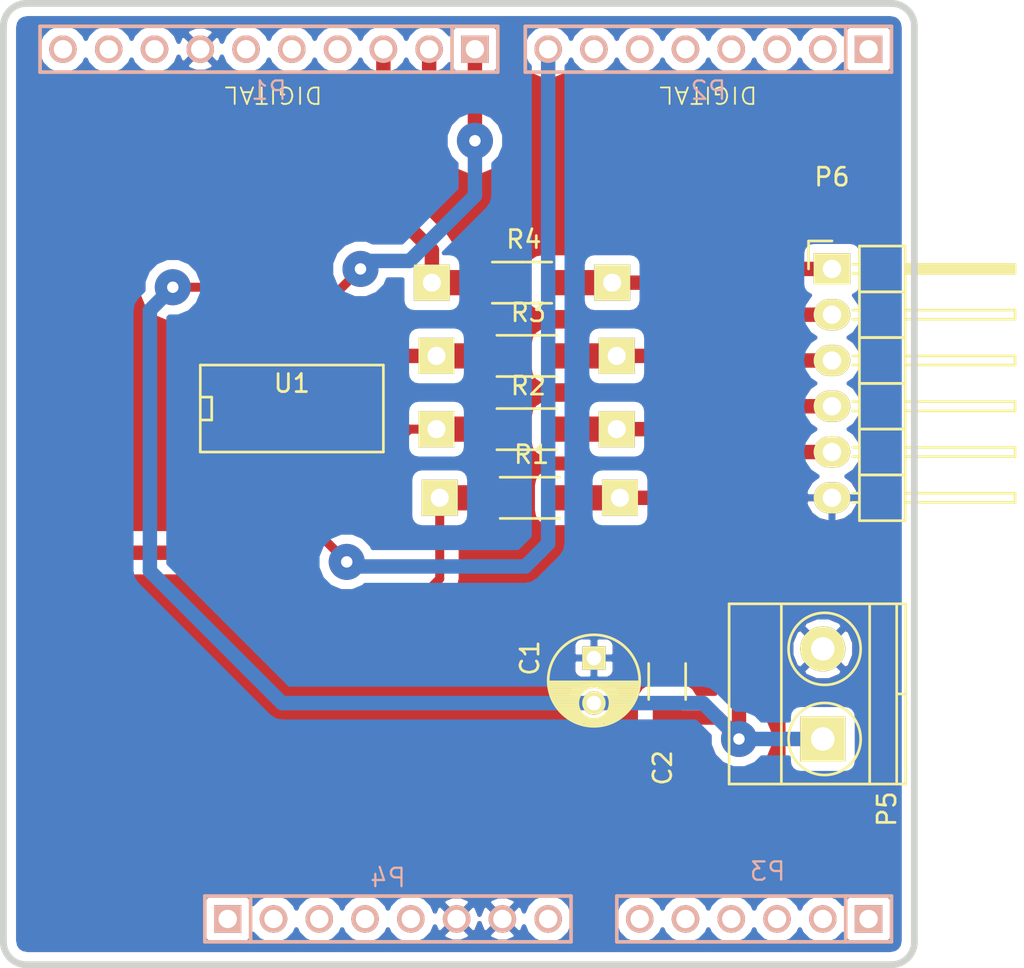
<source format=kicad_pcb>
(kicad_pcb (version 4) (host pcbnew 4.0.4+e1-6308~48~ubuntu16.04.1-stable)

  (general
    (links 35)
    (no_connects 2)
    (area 50.609499 72.453499 107.849001 126.8793)
    (thickness 1.6002)
    (drawings 10)
    (tracks 98)
    (zones 0)
    (modules 13)
    (nets 15)
  )

  (page User 148.006 210.007)
  (title_block
    (date "16 feb 2013")
  )

  (layers
    (0 Front signal)
    (31 Back signal)
    (32 B.Adhes user)
    (33 F.Adhes user)
    (34 B.Paste user)
    (35 F.Paste user)
    (36 B.SilkS user)
    (37 F.SilkS user)
    (38 B.Mask user)
    (39 F.Mask user)
    (40 Dwgs.User user)
    (41 Cmts.User user)
    (42 Eco1.User user)
    (43 Eco2.User user)
    (44 Edge.Cuts user)
  )

  (setup
    (last_trace_width 0.8)
    (trace_clearance 0.4)
    (zone_clearance 0.8)
    (zone_45_only no)
    (trace_min 0.2032)
    (segment_width 0.381)
    (edge_width 0.381)
    (via_size 0.889)
    (via_drill 0.635)
    (via_min_size 0.889)
    (via_min_drill 0.508)
    (uvia_size 0.508)
    (uvia_drill 0.127)
    (uvias_allowed no)
    (uvia_min_size 0.508)
    (uvia_min_drill 0.127)
    (pcb_text_width 0.3048)
    (pcb_text_size 1.524 2.032)
    (mod_edge_width 0.381)
    (mod_text_size 1.524 1.524)
    (mod_text_width 0.3048)
    (pad_size 1.524 1.524)
    (pad_drill 0.8128)
    (pad_to_mask_clearance 0.254)
    (aux_axis_origin 96.52 119.38)
    (grid_origin 96.52 119.38)
    (visible_elements 7FFFEFFF)
    (pcbplotparams
      (layerselection 0x00000_80000001)
      (usegerberextensions false)
      (excludeedgelayer false)
      (linewidth 0.150000)
      (plotframeref false)
      (viasonmask false)
      (mode 1)
      (useauxorigin false)
      (hpglpennumber 1)
      (hpglpenspeed 20)
      (hpglpendiameter 15)
      (hpglpenoverlay 0)
      (psnegative false)
      (psa4output false)
      (plotreference true)
      (plotvalue true)
      (plotinvisibletext false)
      (padsonsilk false)
      (subtractmaskfromsilk false)
      (outputformat 5)
      (mirror false)
      (drillshape 1)
      (scaleselection 1)
      (outputdirectory ""))
  )

  (net 0 "")
  (net 1 GND)
  (net 2 PWR)
  (net 3 IO10/SS)
  (net 4 IO9)
  (net 5 IO8)
  (net 6 IO7)
  (net 7 "Net-(P6-Pad1)")
  (net 8 "Net-(P6-Pad2)")
  (net 9 "Net-(P6-Pad3)")
  (net 10 "Net-(P6-Pad4)")
  (net 11 "Net-(R1-Pad1)")
  (net 12 "Net-(R2-Pad1)")
  (net 13 "Net-(R3-Pad1)")
  (net 14 "Net-(R4-Pad1)")

  (net_class Default "This is the default net class."
    (clearance 0.4)
    (trace_width 0.8)
    (via_dia 0.889)
    (via_drill 0.635)
    (uvia_dia 0.508)
    (uvia_drill 0.127)
  )

  (net_class signals ""
    (clearance 0.4)
    (trace_width 0.5)
    (via_dia 0.889)
    (via_drill 0.635)
    (uvia_dia 0.508)
    (uvia_drill 0.127)
    (add_net GND)
    (add_net IO10/SS)
    (add_net IO7)
    (add_net IO8)
    (add_net IO9)
    (add_net "Net-(P6-Pad1)")
    (add_net "Net-(P6-Pad2)")
    (add_net "Net-(P6-Pad3)")
    (add_net "Net-(P6-Pad4)")
    (add_net "Net-(R1-Pad1)")
    (add_net "Net-(R2-Pad1)")
    (add_net "Net-(R3-Pad1)")
    (add_net "Net-(R4-Pad1)")
    (add_net PWR)
  )

  (module Header:HEADER_M_2.54MM_1R10P_ST_AU_PTH locked (layer Back) (tedit 585A3609) (tstamp 556FB6C4)
    (at 65.532 75.184 180)
    (tags Header)
    (path /556FB6F8)
    (fp_text reference P1 (at 0 -2.286 180) (layer B.SilkS)
      (effects (font (size 1.016 1.016) (thickness 0.127)) (justify mirror))
    )
    (fp_text value HEADER_M_2.54MM_1R10P_ST_AU_PTH (at -1.524 -3.556 180) (layer B.SilkS) hide
      (effects (font (size 1.016 1.016) (thickness 0.127)) (justify mirror))
    )
    (fp_line (start 7.62 -1.27) (end 12.7 -1.27) (layer B.SilkS) (width 0.2032))
    (fp_line (start 7.62 1.27) (end 12.7 1.27) (layer B.SilkS) (width 0.2032))
    (fp_line (start 2.54 -1.27) (end 7.62 -1.27) (layer B.SilkS) (width 0.2032))
    (fp_line (start 2.54 1.27) (end 7.62 1.27) (layer B.SilkS) (width 0.2032))
    (fp_line (start -2.54 -1.27) (end 2.54 -1.27) (layer B.SilkS) (width 0.2032))
    (fp_line (start -2.54 1.27) (end 2.54 1.27) (layer B.SilkS) (width 0.2032))
    (fp_line (start -5.08 1.27) (end -2.54 1.27) (layer B.SilkS) (width 0.2032))
    (fp_line (start -5.08 -1.27) (end -2.54 -1.27) (layer B.SilkS) (width 0.2032))
    (fp_line (start -7.62 -1.27) (end -5.08 -1.27) (layer B.SilkS) (width 0.2032))
    (fp_line (start -7.62 1.27) (end -5.08 1.27) (layer B.SilkS) (width 0.2032))
    (fp_line (start 12.7 1.27) (end 12.7 -1.27) (layer B.SilkS) (width 0.2032))
    (fp_line (start -10.16 1.27) (end -7.62 1.27) (layer B.SilkS) (width 0.2032))
    (fp_line (start -10.16 -1.27) (end -7.62 -1.27) (layer B.SilkS) (width 0.2032))
    (fp_line (start -12.7 -1.27) (end -10.16 -1.27) (layer B.SilkS) (width 0.2032))
    (fp_line (start -12.7 1.27) (end -10.16 1.27) (layer B.SilkS) (width 0.2032))
    (fp_line (start -12.7 -1.27) (end -12.7 1.27) (layer B.SilkS) (width 0.2032))
    (fp_line (start -10.16 1.27) (end -10.16 -1.27) (layer B.SilkS) (width 0.2032))
    (pad 6 thru_hole circle (at 1.27 0 180) (size 1.524 1.524) (drill 1.016) (layers *.Cu *.Mask B.SilkS))
    (pad 4 thru_hole circle (at -3.81 0 180) (size 1.524 1.524) (drill 1.016) (layers *.Cu *.Mask B.SilkS))
    (pad 3 thru_hole circle (at -6.35 0 180) (size 1.524 1.524) (drill 1.016) (layers *.Cu *.Mask B.SilkS)
      (net 3 IO10/SS))
    (pad 2 thru_hole circle (at -8.89 0 180) (size 1.524 1.524) (drill 1.016) (layers *.Cu *.Mask B.SilkS)
      (net 4 IO9))
    (pad 1 thru_hole rect (at -11.43 0 180) (size 1.524 1.524) (drill 1.016) (layers *.Cu *.Mask B.SilkS)
      (net 5 IO8))
    (pad 7 thru_hole circle (at 3.81 0 180) (size 1.524 1.524) (drill 1.016) (layers *.Cu *.Mask B.SilkS)
      (net 1 GND))
    (pad 8 thru_hole circle (at 6.35 0 180) (size 1.524 1.524) (drill 1.016) (layers *.Cu *.Mask B.SilkS))
    (pad 5 thru_hole circle (at -1.27 0 180) (size 1.524 1.524) (drill 1.016) (layers *.Cu *.Mask B.SilkS))
    (pad 9 thru_hole circle (at 8.89 0 180) (size 1.524 1.524) (drill 1.016) (layers *.Cu *.Mask B.SilkS))
    (pad 10 thru_hole circle (at 11.43 0 180) (size 1.524 1.524) (drill 1.016) (layers *.Cu *.Mask B.SilkS))
    (model C:/Engineering/KiCAD_Libraries/3D/Headers/VRML/HEADER_M_2.54MM_1R10P_ST_AU_PTH.wrl
      (at (xyz 0 0 0))
      (scale (xyz 1 1 1))
      (rotate (xyz 0 0 0))
    )
  )

  (module Header:HEADER_M_2.54MM_1R8P_ST_AU_PTH locked (layer Back) (tedit 57EE8D3E) (tstamp 556FB6D0)
    (at 89.916 75.184 180)
    (tags Header)
    (path /556FB83B)
    (fp_text reference P2 (at 0 -2.286 180) (layer B.SilkS)
      (effects (font (size 1.016 1.016) (thickness 0.127)) (justify mirror))
    )
    (fp_text value HEADER_M_2.54MM_1R8P_ST_AU_PTH (at 4.15036 -2.3622 180) (layer B.SilkS) hide
      (effects (font (size 1.016 1.016) (thickness 0.127)) (justify mirror))
    )
    (fp_line (start 5.08 -1.27) (end 10.16 -1.27) (layer B.SilkS) (width 0.2032))
    (fp_line (start 5.08 1.27) (end 10.16 1.27) (layer B.SilkS) (width 0.2032))
    (fp_line (start 0 -1.27) (end 5.08 -1.27) (layer B.SilkS) (width 0.2032))
    (fp_line (start 0 1.27) (end 5.08 1.27) (layer B.SilkS) (width 0.2032))
    (fp_line (start -2.54 1.27) (end 0 1.27) (layer B.SilkS) (width 0.2032))
    (fp_line (start -2.54 -1.27) (end 0 -1.27) (layer B.SilkS) (width 0.2032))
    (fp_line (start -5.08 -1.27) (end -2.54 -1.27) (layer B.SilkS) (width 0.2032))
    (fp_line (start -5.08 1.27) (end -2.54 1.27) (layer B.SilkS) (width 0.2032))
    (fp_line (start 10.16 1.27) (end 10.16 -1.27) (layer B.SilkS) (width 0.2032))
    (fp_line (start -7.62 1.27) (end -5.08 1.27) (layer B.SilkS) (width 0.2032))
    (fp_line (start -7.62 -1.27) (end -5.08 -1.27) (layer B.SilkS) (width 0.2032))
    (fp_line (start -10.16 -1.27) (end -7.62 -1.27) (layer B.SilkS) (width 0.2032))
    (fp_line (start -10.16 1.27) (end -7.62 1.27) (layer B.SilkS) (width 0.2032))
    (fp_line (start -10.16 -1.27) (end -10.16 1.27) (layer B.SilkS) (width 0.2032))
    (fp_line (start -7.62 1.27) (end -7.62 -1.27) (layer B.SilkS) (width 0.2032))
    (pad 6 thru_hole circle (at 3.81 0 180) (size 1.524 1.524) (drill 1.016) (layers *.Cu *.Mask B.SilkS))
    (pad 4 thru_hole circle (at -1.27 0 180) (size 1.524 1.524) (drill 1.016) (layers *.Cu *.Mask B.SilkS))
    (pad 3 thru_hole circle (at -3.81 0 180) (size 1.524 1.524) (drill 1.016) (layers *.Cu *.Mask B.SilkS))
    (pad 2 thru_hole circle (at -6.35 0 180) (size 1.524 1.524) (drill 1.016) (layers *.Cu *.Mask B.SilkS))
    (pad 1 thru_hole rect (at -8.89 0 180) (size 1.524 1.524) (drill 1.016) (layers *.Cu *.Mask B.SilkS))
    (pad 7 thru_hole circle (at 6.35 0 180) (size 1.524 1.524) (drill 1.016) (layers *.Cu *.Mask B.SilkS))
    (pad 8 thru_hole circle (at 8.89 0 180) (size 1.524 1.524) (drill 1.016) (layers *.Cu *.Mask B.SilkS)
      (net 6 IO7))
    (pad 5 thru_hole circle (at 1.27 0 180) (size 1.524 1.524) (drill 1.016) (layers *.Cu *.Mask B.SilkS))
    (model C:/Engineering/KiCAD_Libraries/3D/Headers/VRML/HEADER_M_2.54MM_1R8P_ST_AU_PTH.wrl
      (at (xyz 0 0 0))
      (scale (xyz 1 1 1))
      (rotate (xyz 0 0 0))
    )
  )

  (module Header:HEADER_M_2.54MM_1R6P_ST_AU_PTH locked (layer Back) (tedit 5483E4A9) (tstamp 556FB6DA)
    (at 92.456 123.444 180)
    (tags Header)
    (path /556FB60C)
    (fp_text reference P3 (at -0.74676 2.6416 180) (layer B.SilkS)
      (effects (font (size 1.016 1.016) (thickness 0.127)) (justify mirror))
    )
    (fp_text value HEADER_M_2.54MM_1R6P_ST_AU_PTH (at 6.27888 2.90068 180) (layer B.SilkS) hide
      (effects (font (size 1.016 1.016) (thickness 0.127)) (justify mirror))
    )
    (fp_line (start 2.54 -1.27) (end 7.62 -1.27) (layer B.SilkS) (width 0.2032))
    (fp_line (start 2.54 1.27) (end 7.62 1.27) (layer B.SilkS) (width 0.2032))
    (fp_line (start 0 1.27) (end 2.54 1.27) (layer B.SilkS) (width 0.2032))
    (fp_line (start 0 -1.27) (end 2.54 -1.27) (layer B.SilkS) (width 0.2032))
    (fp_line (start -2.54 -1.27) (end 0 -1.27) (layer B.SilkS) (width 0.2032))
    (fp_line (start -2.54 1.27) (end 0 1.27) (layer B.SilkS) (width 0.2032))
    (fp_line (start 7.62 1.27) (end 7.62 -1.27) (layer B.SilkS) (width 0.2032))
    (fp_line (start -5.08 1.27) (end -2.54 1.27) (layer B.SilkS) (width 0.2032))
    (fp_line (start -5.08 -1.27) (end -2.54 -1.27) (layer B.SilkS) (width 0.2032))
    (fp_line (start -7.62 -1.27) (end -5.08 -1.27) (layer B.SilkS) (width 0.2032))
    (fp_line (start -7.62 1.27) (end -5.08 1.27) (layer B.SilkS) (width 0.2032))
    (fp_line (start -7.62 -1.27) (end -7.62 1.27) (layer B.SilkS) (width 0.2032))
    (fp_line (start -5.08 1.27) (end -5.08 -1.27) (layer B.SilkS) (width 0.2032))
    (pad 5 thru_hole circle (at 3.81 0 180) (size 1.524 1.524) (drill 1.016) (layers *.Cu *.Mask B.SilkS))
    (pad 6 thru_hole circle (at 6.35 0 180) (size 1.524 1.524) (drill 1.016) (layers *.Cu *.Mask B.SilkS))
    (pad 4 thru_hole circle (at 1.27 0 180) (size 1.524 1.524) (drill 1.016) (layers *.Cu *.Mask B.SilkS))
    (pad 3 thru_hole circle (at -1.27 0 180) (size 1.524 1.524) (drill 1.016) (layers *.Cu *.Mask B.SilkS))
    (pad 2 thru_hole circle (at -3.81 0 180) (size 1.524 1.524) (drill 1.016) (layers *.Cu *.Mask B.SilkS))
    (pad 1 thru_hole rect (at -6.35 0 180) (size 1.524 1.524) (drill 1.016) (layers *.Cu *.Mask B.SilkS))
    (model C:/Engineering/KiCAD_Libraries/3D/Headers/VRML/HEADER_M_2.54MM_1R6P_ST_AU_PTH.wrl
      (at (xyz 0 0 0))
      (scale (xyz 1 1 1))
      (rotate (xyz 0 0 0))
    )
  )

  (module Header:HEADER_M_2.54MM_1R8P_ST_AU_PTH locked (layer Back) (tedit 556FB711) (tstamp 556FB6E6)
    (at 72.136 123.444)
    (tags Header)
    (path /556FB3A9)
    (fp_text reference P4 (at 0 -2.286) (layer B.SilkS)
      (effects (font (size 1.016 1.016) (thickness 0.127)) (justify mirror))
    )
    (fp_text value HEADER_M_2.54MM_1R8P_ST_AU_PTH (at 0 2.159) (layer B.SilkS) hide
      (effects (font (size 1.016 1.016) (thickness 0.127)) (justify mirror))
    )
    (fp_line (start 5.08 -1.27) (end 10.16 -1.27) (layer B.SilkS) (width 0.2032))
    (fp_line (start 5.08 1.27) (end 10.16 1.27) (layer B.SilkS) (width 0.2032))
    (fp_line (start 0 -1.27) (end 5.08 -1.27) (layer B.SilkS) (width 0.2032))
    (fp_line (start 0 1.27) (end 5.08 1.27) (layer B.SilkS) (width 0.2032))
    (fp_line (start -2.54 1.27) (end 0 1.27) (layer B.SilkS) (width 0.2032))
    (fp_line (start -2.54 -1.27) (end 0 -1.27) (layer B.SilkS) (width 0.2032))
    (fp_line (start -5.08 -1.27) (end -2.54 -1.27) (layer B.SilkS) (width 0.2032))
    (fp_line (start -5.08 1.27) (end -2.54 1.27) (layer B.SilkS) (width 0.2032))
    (fp_line (start 10.16 1.27) (end 10.16 -1.27) (layer B.SilkS) (width 0.2032))
    (fp_line (start -7.62 1.27) (end -5.08 1.27) (layer B.SilkS) (width 0.2032))
    (fp_line (start -7.62 -1.27) (end -5.08 -1.27) (layer B.SilkS) (width 0.2032))
    (fp_line (start -10.16 -1.27) (end -7.62 -1.27) (layer B.SilkS) (width 0.2032))
    (fp_line (start -10.16 1.27) (end -7.62 1.27) (layer B.SilkS) (width 0.2032))
    (fp_line (start -10.16 -1.27) (end -10.16 1.27) (layer B.SilkS) (width 0.2032))
    (fp_line (start -7.62 1.27) (end -7.62 -1.27) (layer B.SilkS) (width 0.2032))
    (pad 6 thru_hole circle (at 3.81 0) (size 1.524 1.524) (drill 1.016) (layers *.Cu *.Mask B.SilkS)
      (net 1 GND))
    (pad 4 thru_hole circle (at -1.27 0) (size 1.524 1.524) (drill 1.016) (layers *.Cu *.Mask B.SilkS))
    (pad 3 thru_hole circle (at -3.81 0) (size 1.524 1.524) (drill 1.016) (layers *.Cu *.Mask B.SilkS))
    (pad 2 thru_hole circle (at -6.35 0) (size 1.524 1.524) (drill 1.016) (layers *.Cu *.Mask B.SilkS))
    (pad 1 thru_hole rect (at -8.89 0) (size 1.524 1.524) (drill 1.016) (layers *.Cu *.Mask B.SilkS))
    (pad 7 thru_hole circle (at 6.35 0) (size 1.524 1.524) (drill 1.016) (layers *.Cu *.Mask B.SilkS)
      (net 1 GND))
    (pad 8 thru_hole circle (at 8.89 0) (size 1.524 1.524) (drill 1.016) (layers *.Cu *.Mask B.SilkS))
    (pad 5 thru_hole circle (at 1.27 0) (size 1.524 1.524) (drill 1.016) (layers *.Cu *.Mask B.SilkS))
    (model C:/Engineering/KiCAD_Libraries/3D/Headers/VRML/HEADER_M_2.54MM_1R8P_ST_AU_PTH.wrl
      (at (xyz 0 0 0))
      (scale (xyz 1 1 1))
      (rotate (xyz 0 0 0))
    )
  )

  (module Pin_Headers:Pin_Header_Angled_1x06 (layer Front) (tedit 0) (tstamp 5859B5E6)
    (at 96.774 87.376)
    (descr "Through hole pin header")
    (tags "pin header")
    (path /5859B689)
    (fp_text reference P6 (at 0 -5.1) (layer F.SilkS)
      (effects (font (size 1 1) (thickness 0.15)))
    )
    (fp_text value CONN_01X06 (at 0 -3.1) (layer F.Fab)
      (effects (font (size 1 1) (thickness 0.15)))
    )
    (fp_line (start -1.5 -1.75) (end -1.5 14.45) (layer F.CrtYd) (width 0.05))
    (fp_line (start 10.65 -1.75) (end 10.65 14.45) (layer F.CrtYd) (width 0.05))
    (fp_line (start -1.5 -1.75) (end 10.65 -1.75) (layer F.CrtYd) (width 0.05))
    (fp_line (start -1.5 14.45) (end 10.65 14.45) (layer F.CrtYd) (width 0.05))
    (fp_line (start -1.3 -1.55) (end -1.3 0) (layer F.SilkS) (width 0.15))
    (fp_line (start 0 -1.55) (end -1.3 -1.55) (layer F.SilkS) (width 0.15))
    (fp_line (start 4.191 -0.127) (end 10.033 -0.127) (layer F.SilkS) (width 0.15))
    (fp_line (start 10.033 -0.127) (end 10.033 0.127) (layer F.SilkS) (width 0.15))
    (fp_line (start 10.033 0.127) (end 4.191 0.127) (layer F.SilkS) (width 0.15))
    (fp_line (start 4.191 0.127) (end 4.191 0) (layer F.SilkS) (width 0.15))
    (fp_line (start 4.191 0) (end 10.033 0) (layer F.SilkS) (width 0.15))
    (fp_line (start 1.524 -0.254) (end 1.143 -0.254) (layer F.SilkS) (width 0.15))
    (fp_line (start 1.524 0.254) (end 1.143 0.254) (layer F.SilkS) (width 0.15))
    (fp_line (start 1.524 2.286) (end 1.143 2.286) (layer F.SilkS) (width 0.15))
    (fp_line (start 1.524 2.794) (end 1.143 2.794) (layer F.SilkS) (width 0.15))
    (fp_line (start 1.524 4.826) (end 1.143 4.826) (layer F.SilkS) (width 0.15))
    (fp_line (start 1.524 5.334) (end 1.143 5.334) (layer F.SilkS) (width 0.15))
    (fp_line (start 1.524 12.954) (end 1.143 12.954) (layer F.SilkS) (width 0.15))
    (fp_line (start 1.524 12.446) (end 1.143 12.446) (layer F.SilkS) (width 0.15))
    (fp_line (start 1.524 10.414) (end 1.143 10.414) (layer F.SilkS) (width 0.15))
    (fp_line (start 1.524 9.906) (end 1.143 9.906) (layer F.SilkS) (width 0.15))
    (fp_line (start 1.524 7.874) (end 1.143 7.874) (layer F.SilkS) (width 0.15))
    (fp_line (start 1.524 7.366) (end 1.143 7.366) (layer F.SilkS) (width 0.15))
    (fp_line (start 1.524 -1.27) (end 4.064 -1.27) (layer F.SilkS) (width 0.15))
    (fp_line (start 1.524 1.27) (end 4.064 1.27) (layer F.SilkS) (width 0.15))
    (fp_line (start 1.524 1.27) (end 1.524 3.81) (layer F.SilkS) (width 0.15))
    (fp_line (start 1.524 3.81) (end 4.064 3.81) (layer F.SilkS) (width 0.15))
    (fp_line (start 4.064 2.286) (end 10.16 2.286) (layer F.SilkS) (width 0.15))
    (fp_line (start 10.16 2.286) (end 10.16 2.794) (layer F.SilkS) (width 0.15))
    (fp_line (start 10.16 2.794) (end 4.064 2.794) (layer F.SilkS) (width 0.15))
    (fp_line (start 4.064 3.81) (end 4.064 1.27) (layer F.SilkS) (width 0.15))
    (fp_line (start 4.064 1.27) (end 4.064 -1.27) (layer F.SilkS) (width 0.15))
    (fp_line (start 10.16 0.254) (end 4.064 0.254) (layer F.SilkS) (width 0.15))
    (fp_line (start 10.16 -0.254) (end 10.16 0.254) (layer F.SilkS) (width 0.15))
    (fp_line (start 4.064 -0.254) (end 10.16 -0.254) (layer F.SilkS) (width 0.15))
    (fp_line (start 1.524 1.27) (end 4.064 1.27) (layer F.SilkS) (width 0.15))
    (fp_line (start 1.524 -1.27) (end 1.524 1.27) (layer F.SilkS) (width 0.15))
    (fp_line (start 1.524 8.89) (end 4.064 8.89) (layer F.SilkS) (width 0.15))
    (fp_line (start 1.524 8.89) (end 1.524 11.43) (layer F.SilkS) (width 0.15))
    (fp_line (start 1.524 11.43) (end 4.064 11.43) (layer F.SilkS) (width 0.15))
    (fp_line (start 4.064 9.906) (end 10.16 9.906) (layer F.SilkS) (width 0.15))
    (fp_line (start 10.16 9.906) (end 10.16 10.414) (layer F.SilkS) (width 0.15))
    (fp_line (start 10.16 10.414) (end 4.064 10.414) (layer F.SilkS) (width 0.15))
    (fp_line (start 4.064 11.43) (end 4.064 8.89) (layer F.SilkS) (width 0.15))
    (fp_line (start 4.064 13.97) (end 4.064 11.43) (layer F.SilkS) (width 0.15))
    (fp_line (start 10.16 12.954) (end 4.064 12.954) (layer F.SilkS) (width 0.15))
    (fp_line (start 10.16 12.446) (end 10.16 12.954) (layer F.SilkS) (width 0.15))
    (fp_line (start 4.064 12.446) (end 10.16 12.446) (layer F.SilkS) (width 0.15))
    (fp_line (start 1.524 13.97) (end 4.064 13.97) (layer F.SilkS) (width 0.15))
    (fp_line (start 1.524 11.43) (end 1.524 13.97) (layer F.SilkS) (width 0.15))
    (fp_line (start 1.524 11.43) (end 4.064 11.43) (layer F.SilkS) (width 0.15))
    (fp_line (start 1.524 6.35) (end 4.064 6.35) (layer F.SilkS) (width 0.15))
    (fp_line (start 1.524 6.35) (end 1.524 8.89) (layer F.SilkS) (width 0.15))
    (fp_line (start 1.524 8.89) (end 4.064 8.89) (layer F.SilkS) (width 0.15))
    (fp_line (start 4.064 7.366) (end 10.16 7.366) (layer F.SilkS) (width 0.15))
    (fp_line (start 10.16 7.366) (end 10.16 7.874) (layer F.SilkS) (width 0.15))
    (fp_line (start 10.16 7.874) (end 4.064 7.874) (layer F.SilkS) (width 0.15))
    (fp_line (start 4.064 8.89) (end 4.064 6.35) (layer F.SilkS) (width 0.15))
    (fp_line (start 4.064 6.35) (end 4.064 3.81) (layer F.SilkS) (width 0.15))
    (fp_line (start 10.16 5.334) (end 4.064 5.334) (layer F.SilkS) (width 0.15))
    (fp_line (start 10.16 4.826) (end 10.16 5.334) (layer F.SilkS) (width 0.15))
    (fp_line (start 4.064 4.826) (end 10.16 4.826) (layer F.SilkS) (width 0.15))
    (fp_line (start 1.524 6.35) (end 4.064 6.35) (layer F.SilkS) (width 0.15))
    (fp_line (start 1.524 3.81) (end 1.524 6.35) (layer F.SilkS) (width 0.15))
    (fp_line (start 1.524 3.81) (end 4.064 3.81) (layer F.SilkS) (width 0.15))
    (pad 1 thru_hole rect (at 0 0) (size 2.032 1.7272) (drill 1.016) (layers *.Cu *.Mask F.SilkS)
      (net 7 "Net-(P6-Pad1)"))
    (pad 2 thru_hole oval (at 0 2.54) (size 2.032 1.7272) (drill 1.016) (layers *.Cu *.Mask F.SilkS)
      (net 8 "Net-(P6-Pad2)"))
    (pad 3 thru_hole oval (at 0 5.08) (size 2.032 1.7272) (drill 1.016) (layers *.Cu *.Mask F.SilkS)
      (net 9 "Net-(P6-Pad3)"))
    (pad 4 thru_hole oval (at 0 7.62) (size 2.032 1.7272) (drill 1.016) (layers *.Cu *.Mask F.SilkS)
      (net 10 "Net-(P6-Pad4)"))
    (pad 5 thru_hole oval (at 0 10.16) (size 2.032 1.7272) (drill 1.016) (layers *.Cu *.Mask F.SilkS)
      (net 2 PWR))
    (pad 6 thru_hole oval (at 0 12.7) (size 2.032 1.7272) (drill 1.016) (layers *.Cu *.Mask F.SilkS)
      (net 1 GND))
    (model Pin_Headers.3dshapes/Pin_Header_Angled_1x06.wrl
      (at (xyz 0 -0.25 0))
      (scale (xyz 1 1 1))
      (rotate (xyz 0 0 90))
    )
  )

  (module SMD_Packages:SOIC-14_N (layer Front) (tedit 0) (tstamp 5859B610)
    (at 66.802 94.996)
    (descr "Module CMS SOJ 14 pins Large")
    (tags "CMS SOJ")
    (path /5859AEDC)
    (attr smd)
    (fp_text reference U1 (at 0 -1.27) (layer F.SilkS)
      (effects (font (size 1 1) (thickness 0.15)))
    )
    (fp_text value 74LS126 (at 0 1.27) (layer F.Fab)
      (effects (font (size 1 1) (thickness 0.15)))
    )
    (fp_line (start 5.08 -2.286) (end 5.08 2.54) (layer F.SilkS) (width 0.15))
    (fp_line (start 5.08 2.54) (end -5.08 2.54) (layer F.SilkS) (width 0.15))
    (fp_line (start -5.08 2.54) (end -5.08 -2.286) (layer F.SilkS) (width 0.15))
    (fp_line (start -5.08 -2.286) (end 5.08 -2.286) (layer F.SilkS) (width 0.15))
    (fp_line (start -5.08 -0.508) (end -4.445 -0.508) (layer F.SilkS) (width 0.15))
    (fp_line (start -4.445 -0.508) (end -4.445 0.762) (layer F.SilkS) (width 0.15))
    (fp_line (start -4.445 0.762) (end -5.08 0.762) (layer F.SilkS) (width 0.15))
    (pad 1 smd rect (at -3.81 3.302) (size 0.508 1.143) (layers Front F.Paste F.Mask)
      (net 1 GND))
    (pad 2 smd rect (at -2.54 3.302) (size 0.508 1.143) (layers Front F.Paste F.Mask)
      (net 3 IO10/SS))
    (pad 3 smd rect (at -1.27 3.302) (size 0.508 1.143) (layers Front F.Paste F.Mask)
      (net 11 "Net-(R1-Pad1)"))
    (pad 4 smd rect (at 0 3.302) (size 0.508 1.143) (layers Front F.Paste F.Mask)
      (net 1 GND))
    (pad 5 smd rect (at 1.27 3.302) (size 0.508 1.143) (layers Front F.Paste F.Mask)
      (net 6 IO7))
    (pad 6 smd rect (at 2.54 3.302) (size 0.508 1.143) (layers Front F.Paste F.Mask)
      (net 12 "Net-(R2-Pad1)"))
    (pad 7 smd rect (at 3.81 3.302) (size 0.508 1.143) (layers Front F.Paste F.Mask)
      (net 1 GND))
    (pad 8 smd rect (at 3.81 -3.048) (size 0.508 1.143) (layers Front F.Paste F.Mask)
      (net 13 "Net-(R3-Pad1)"))
    (pad 9 smd rect (at 2.54 -3.048) (size 0.508 1.143) (layers Front F.Paste F.Mask)
      (net 5 IO8))
    (pad 11 smd rect (at 0 -3.048) (size 0.508 1.143) (layers Front F.Paste F.Mask)
      (net 14 "Net-(R4-Pad1)"))
    (pad 12 smd rect (at -1.27 -3.048) (size 0.508 1.143) (layers Front F.Paste F.Mask)
      (net 4 IO9))
    (pad 13 smd rect (at -2.54 -3.048) (size 0.508 1.143) (layers Front F.Paste F.Mask)
      (net 1 GND))
    (pad 14 smd rect (at -3.81 -3.048) (size 0.508 1.143) (layers Front F.Paste F.Mask)
      (net 2 PWR))
    (pad 10 smd rect (at 1.27 -3.048) (size 0.508 1.143) (layers Front F.Paste F.Mask)
      (net 1 GND))
    (model SMD_Packages.3dshapes/SOIC-14_N.wrl
      (at (xyz 0 0 0))
      (scale (xyz 0.5 0.4 0.5))
      (rotate (xyz 0 0 0))
    )
  )

  (module Resistors_Universal:Resistor_SMD+THTuniversal_1206_RM10_HandSoldering (layer Front) (tedit 0) (tstamp 585CCFCB)
    (at 80.01 100.076)
    (descr "Resistor, SMD+THT, universal, 1206, RM10, HandSoldering,")
    (tags "Resistor, SMD+THT, universal, 1206, RM10, Hand soldering,")
    (path /5859B3F8)
    (fp_text reference R1 (at 0.09906 -2.4003) (layer F.SilkS)
      (effects (font (size 1 1) (thickness 0.15)))
    )
    (fp_text value R (at 2.70002 2.70002) (layer F.Fab)
      (effects (font (size 1 1) (thickness 0.15)))
    )
    (fp_line (start 1.651 1.143) (end -1.651 1.143) (layer F.SilkS) (width 0.15))
    (fp_line (start 0 -1.143) (end -1.651 -1.143) (layer F.SilkS) (width 0.15))
    (fp_line (start 0 -1.143) (end 1.651 -1.143) (layer F.SilkS) (width 0.15))
    (pad 1 smd rect (at -2.60096 0) (size 2.99974 1.39954) (layers Front F.Paste F.Mask)
      (net 11 "Net-(R1-Pad1)"))
    (pad 2 smd rect (at 2.60096 0) (size 2.99974 1.39954) (layers Front F.Paste F.Mask)
      (net 10 "Net-(P6-Pad4)"))
    (pad 1 thru_hole rect (at -5.00126 0) (size 1.99898 1.99898) (drill 1.00076) (layers *.Cu *.Mask F.SilkS)
      (net 11 "Net-(R1-Pad1)"))
    (pad 2 thru_hole rect (at 5.00126 0) (size 1.99898 1.99898) (drill 1.00076) (layers *.Cu *.Mask F.SilkS)
      (net 10 "Net-(P6-Pad4)"))
  )

  (module Resistors_Universal:Resistor_SMD+THTuniversal_1206_RM10_HandSoldering (layer Front) (tedit 0) (tstamp 585CCFD2)
    (at 79.83 96.266)
    (descr "Resistor, SMD+THT, universal, 1206, RM10, HandSoldering,")
    (tags "Resistor, SMD+THT, universal, 1206, RM10, Hand soldering,")
    (path /5859B39F)
    (fp_text reference R2 (at 0.09906 -2.4003) (layer F.SilkS)
      (effects (font (size 1 1) (thickness 0.15)))
    )
    (fp_text value R (at 2.70002 2.70002) (layer F.Fab)
      (effects (font (size 1 1) (thickness 0.15)))
    )
    (fp_line (start 1.651 1.143) (end -1.651 1.143) (layer F.SilkS) (width 0.15))
    (fp_line (start 0 -1.143) (end -1.651 -1.143) (layer F.SilkS) (width 0.15))
    (fp_line (start 0 -1.143) (end 1.651 -1.143) (layer F.SilkS) (width 0.15))
    (pad 1 smd rect (at -2.60096 0) (size 2.99974 1.39954) (layers Front F.Paste F.Mask)
      (net 12 "Net-(R2-Pad1)"))
    (pad 2 smd rect (at 2.60096 0) (size 2.99974 1.39954) (layers Front F.Paste F.Mask)
      (net 9 "Net-(P6-Pad3)"))
    (pad 1 thru_hole rect (at -5.00126 0) (size 1.99898 1.99898) (drill 1.00076) (layers *.Cu *.Mask F.SilkS)
      (net 12 "Net-(R2-Pad1)"))
    (pad 2 thru_hole rect (at 5.00126 0) (size 1.99898 1.99898) (drill 1.00076) (layers *.Cu *.Mask F.SilkS)
      (net 9 "Net-(P6-Pad3)"))
  )

  (module Resistors_Universal:Resistor_SMD+THTuniversal_1206_RM10_HandSoldering (layer Front) (tedit 0) (tstamp 585CCFD9)
    (at 79.83 92.202)
    (descr "Resistor, SMD+THT, universal, 1206, RM10, HandSoldering,")
    (tags "Resistor, SMD+THT, universal, 1206, RM10, Hand soldering,")
    (path /5859B312)
    (fp_text reference R3 (at 0.09906 -2.4003) (layer F.SilkS)
      (effects (font (size 1 1) (thickness 0.15)))
    )
    (fp_text value R (at 2.70002 2.70002) (layer F.Fab)
      (effects (font (size 1 1) (thickness 0.15)))
    )
    (fp_line (start 1.651 1.143) (end -1.651 1.143) (layer F.SilkS) (width 0.15))
    (fp_line (start 0 -1.143) (end -1.651 -1.143) (layer F.SilkS) (width 0.15))
    (fp_line (start 0 -1.143) (end 1.651 -1.143) (layer F.SilkS) (width 0.15))
    (pad 1 smd rect (at -2.60096 0) (size 2.99974 1.39954) (layers Front F.Paste F.Mask)
      (net 13 "Net-(R3-Pad1)"))
    (pad 2 smd rect (at 2.60096 0) (size 2.99974 1.39954) (layers Front F.Paste F.Mask)
      (net 8 "Net-(P6-Pad2)"))
    (pad 1 thru_hole rect (at -5.00126 0) (size 1.99898 1.99898) (drill 1.00076) (layers *.Cu *.Mask F.SilkS)
      (net 13 "Net-(R3-Pad1)"))
    (pad 2 thru_hole rect (at 5.00126 0) (size 1.99898 1.99898) (drill 1.00076) (layers *.Cu *.Mask F.SilkS)
      (net 8 "Net-(P6-Pad2)"))
  )

  (module Resistors_Universal:Resistor_SMD+THTuniversal_1206_RM10_HandSoldering (layer Front) (tedit 0) (tstamp 585CCFE0)
    (at 79.576 88.138)
    (descr "Resistor, SMD+THT, universal, 1206, RM10, HandSoldering,")
    (tags "Resistor, SMD+THT, universal, 1206, RM10, Hand soldering,")
    (path /5859B2B1)
    (fp_text reference R4 (at 0.09906 -2.4003) (layer F.SilkS)
      (effects (font (size 1 1) (thickness 0.15)))
    )
    (fp_text value R (at 2.70002 2.70002) (layer F.Fab)
      (effects (font (size 1 1) (thickness 0.15)))
    )
    (fp_line (start 1.651 1.143) (end -1.651 1.143) (layer F.SilkS) (width 0.15))
    (fp_line (start 0 -1.143) (end -1.651 -1.143) (layer F.SilkS) (width 0.15))
    (fp_line (start 0 -1.143) (end 1.651 -1.143) (layer F.SilkS) (width 0.15))
    (pad 1 smd rect (at -2.60096 0) (size 2.99974 1.39954) (layers Front F.Paste F.Mask)
      (net 14 "Net-(R4-Pad1)"))
    (pad 2 smd rect (at 2.60096 0) (size 2.99974 1.39954) (layers Front F.Paste F.Mask)
      (net 7 "Net-(P6-Pad1)"))
    (pad 1 thru_hole rect (at -5.00126 0) (size 1.99898 1.99898) (drill 1.00076) (layers *.Cu *.Mask F.SilkS)
      (net 14 "Net-(R4-Pad1)"))
    (pad 2 thru_hole rect (at 5.00126 0) (size 1.99898 1.99898) (drill 1.00076) (layers *.Cu *.Mask F.SilkS)
      (net 7 "Net-(P6-Pad1)"))
  )

  (module Capacitors_ThroughHole:C_Radial_D5_L11_P2.5 (layer Front) (tedit 0) (tstamp 585CD21E)
    (at 83.566 108.966 270)
    (descr "Radial Electrolytic Capacitor Diameter 5mm x Length 11mm, Pitch 2.5mm")
    (tags "Electrolytic Capacitor")
    (path /5859C85F)
    (fp_text reference C1 (at 0 3.556 270) (layer F.SilkS)
      (effects (font (size 1 1) (thickness 0.15)))
    )
    (fp_text value 1000uF (at 1.25 3.8 270) (layer F.Fab)
      (effects (font (size 1 1) (thickness 0.15)))
    )
    (fp_line (start 1.325 -2.499) (end 1.325 2.499) (layer F.SilkS) (width 0.15))
    (fp_line (start 1.465 -2.491) (end 1.465 2.491) (layer F.SilkS) (width 0.15))
    (fp_line (start 1.605 -2.475) (end 1.605 -0.095) (layer F.SilkS) (width 0.15))
    (fp_line (start 1.605 0.095) (end 1.605 2.475) (layer F.SilkS) (width 0.15))
    (fp_line (start 1.745 -2.451) (end 1.745 -0.49) (layer F.SilkS) (width 0.15))
    (fp_line (start 1.745 0.49) (end 1.745 2.451) (layer F.SilkS) (width 0.15))
    (fp_line (start 1.885 -2.418) (end 1.885 -0.657) (layer F.SilkS) (width 0.15))
    (fp_line (start 1.885 0.657) (end 1.885 2.418) (layer F.SilkS) (width 0.15))
    (fp_line (start 2.025 -2.377) (end 2.025 -0.764) (layer F.SilkS) (width 0.15))
    (fp_line (start 2.025 0.764) (end 2.025 2.377) (layer F.SilkS) (width 0.15))
    (fp_line (start 2.165 -2.327) (end 2.165 -0.835) (layer F.SilkS) (width 0.15))
    (fp_line (start 2.165 0.835) (end 2.165 2.327) (layer F.SilkS) (width 0.15))
    (fp_line (start 2.305 -2.266) (end 2.305 -0.879) (layer F.SilkS) (width 0.15))
    (fp_line (start 2.305 0.879) (end 2.305 2.266) (layer F.SilkS) (width 0.15))
    (fp_line (start 2.445 -2.196) (end 2.445 -0.898) (layer F.SilkS) (width 0.15))
    (fp_line (start 2.445 0.898) (end 2.445 2.196) (layer F.SilkS) (width 0.15))
    (fp_line (start 2.585 -2.114) (end 2.585 -0.896) (layer F.SilkS) (width 0.15))
    (fp_line (start 2.585 0.896) (end 2.585 2.114) (layer F.SilkS) (width 0.15))
    (fp_line (start 2.725 -2.019) (end 2.725 -0.871) (layer F.SilkS) (width 0.15))
    (fp_line (start 2.725 0.871) (end 2.725 2.019) (layer F.SilkS) (width 0.15))
    (fp_line (start 2.865 -1.908) (end 2.865 -0.823) (layer F.SilkS) (width 0.15))
    (fp_line (start 2.865 0.823) (end 2.865 1.908) (layer F.SilkS) (width 0.15))
    (fp_line (start 3.005 -1.78) (end 3.005 -0.745) (layer F.SilkS) (width 0.15))
    (fp_line (start 3.005 0.745) (end 3.005 1.78) (layer F.SilkS) (width 0.15))
    (fp_line (start 3.145 -1.631) (end 3.145 -0.628) (layer F.SilkS) (width 0.15))
    (fp_line (start 3.145 0.628) (end 3.145 1.631) (layer F.SilkS) (width 0.15))
    (fp_line (start 3.285 -1.452) (end 3.285 -0.44) (layer F.SilkS) (width 0.15))
    (fp_line (start 3.285 0.44) (end 3.285 1.452) (layer F.SilkS) (width 0.15))
    (fp_line (start 3.425 -1.233) (end 3.425 1.233) (layer F.SilkS) (width 0.15))
    (fp_line (start 3.565 -0.944) (end 3.565 0.944) (layer F.SilkS) (width 0.15))
    (fp_line (start 3.705 -0.472) (end 3.705 0.472) (layer F.SilkS) (width 0.15))
    (fp_circle (center 2.5 0) (end 2.5 -0.9) (layer F.SilkS) (width 0.15))
    (fp_circle (center 1.25 0) (end 1.25 -2.5375) (layer F.SilkS) (width 0.15))
    (fp_circle (center 1.25 0) (end 1.25 -2.8) (layer F.CrtYd) (width 0.05))
    (pad 1 thru_hole rect (at 0 0 270) (size 1.3 1.3) (drill 0.8) (layers *.Cu *.Mask F.SilkS)
      (net 1 GND))
    (pad 2 thru_hole circle (at 2.5 0 270) (size 1.3 1.3) (drill 0.8) (layers *.Cu *.Mask F.SilkS)
      (net 2 PWR))
    (model Capacitors_ThroughHole.3dshapes/C_Radial_D5_L11_P2.5.wrl
      (at (xyz 0.049213 0 0))
      (scale (xyz 1 1 1))
      (rotate (xyz 0 0 90))
    )
  )

  (module Capacitors_SMD:C_1206_HandSoldering (layer Front) (tedit 541A9C03) (tstamp 585CD228)
    (at 87.63 110.268 270)
    (descr "Capacitor SMD 1206, hand soldering")
    (tags "capacitor 1206")
    (path /585CE6EA)
    (attr smd)
    (fp_text reference C2 (at 4.794 0.254 270) (layer F.SilkS)
      (effects (font (size 1 1) (thickness 0.15)))
    )
    (fp_text value 1000uF (at 0 2.3 270) (layer F.Fab)
      (effects (font (size 1 1) (thickness 0.15)))
    )
    (fp_line (start -3.3 -1.15) (end 3.3 -1.15) (layer F.CrtYd) (width 0.05))
    (fp_line (start -3.3 1.15) (end 3.3 1.15) (layer F.CrtYd) (width 0.05))
    (fp_line (start -3.3 -1.15) (end -3.3 1.15) (layer F.CrtYd) (width 0.05))
    (fp_line (start 3.3 -1.15) (end 3.3 1.15) (layer F.CrtYd) (width 0.05))
    (fp_line (start 1 -1.025) (end -1 -1.025) (layer F.SilkS) (width 0.15))
    (fp_line (start -1 1.025) (end 1 1.025) (layer F.SilkS) (width 0.15))
    (pad 1 smd rect (at -2 0 270) (size 2 1.6) (layers Front F.Paste F.Mask)
      (net 1 GND))
    (pad 2 smd rect (at 2 0 270) (size 2 1.6) (layers Front F.Paste F.Mask)
      (net 2 PWR))
    (model Capacitors_SMD.3dshapes/C_1206_HandSoldering.wrl
      (at (xyz 0 0 0))
      (scale (xyz 1 1 1))
      (rotate (xyz 0 0 0))
    )
  )

  (module Terminal_Blocks:TerminalBlock_Pheonix_MKDS1.5-2pol (layer Front) (tedit 563007E4) (tstamp 585CD864)
    (at 96.266 113.458 90)
    (descr "2-way 5mm pitch terminal block, Phoenix MKDS series")
    (path /5859C2EA)
    (fp_text reference P5 (at -3.89 3.556 90) (layer F.SilkS)
      (effects (font (size 1 1) (thickness 0.15)))
    )
    (fp_text value CONN_01X02 (at 2.5 -6.6 90) (layer F.Fab)
      (effects (font (size 1 1) (thickness 0.15)))
    )
    (fp_line (start -2.7 -5.4) (end 7.7 -5.4) (layer F.CrtYd) (width 0.05))
    (fp_line (start -2.7 4.8) (end -2.7 -5.4) (layer F.CrtYd) (width 0.05))
    (fp_line (start 7.7 4.8) (end -2.7 4.8) (layer F.CrtYd) (width 0.05))
    (fp_line (start 7.7 -5.4) (end 7.7 4.8) (layer F.CrtYd) (width 0.05))
    (fp_line (start 2.5 4.1) (end 2.5 4.6) (layer F.SilkS) (width 0.15))
    (fp_circle (center 5 0.1) (end 3 0.1) (layer F.SilkS) (width 0.15))
    (fp_circle (center 0 0.1) (end 2 0.1) (layer F.SilkS) (width 0.15))
    (fp_line (start -2.5 2.6) (end 7.5 2.6) (layer F.SilkS) (width 0.15))
    (fp_line (start -2.5 -2.3) (end 7.5 -2.3) (layer F.SilkS) (width 0.15))
    (fp_line (start -2.5 4.1) (end 7.5 4.1) (layer F.SilkS) (width 0.15))
    (fp_line (start -2.5 4.6) (end 7.5 4.6) (layer F.SilkS) (width 0.15))
    (fp_line (start 7.5 4.6) (end 7.5 -5.2) (layer F.SilkS) (width 0.15))
    (fp_line (start 7.5 -5.2) (end -2.5 -5.2) (layer F.SilkS) (width 0.15))
    (fp_line (start -2.5 -5.2) (end -2.5 4.6) (layer F.SilkS) (width 0.15))
    (pad 1 thru_hole rect (at 0 0 90) (size 2.5 2.5) (drill 1.3) (layers *.Cu *.Mask F.SilkS)
      (net 2 PWR))
    (pad 2 thru_hole circle (at 5 0 90) (size 2.5 2.5) (drill 1.3) (layers *.Cu *.Mask F.SilkS)
      (net 1 GND))
    (model Terminal_Blocks.3dshapes/TerminalBlock_Pheonix_MKDS1.5-2pol.wrl
      (at (xyz 0.0984 0 0))
      (scale (xyz 1 1 1))
      (rotate (xyz 0 0 0))
    )
  )

  (gr_arc (start 100.076 124.714) (end 101.346 124.714) (angle 90) (layer Edge.Cuts) (width 0.381))
  (gr_arc (start 100.076 73.914) (end 100.076 72.644) (angle 90) (layer Edge.Cuts) (width 0.381))
  (gr_line (start 101.346 73.914) (end 101.346 124.714) (angle 90) (layer Edge.Cuts) (width 0.381))
  (gr_text DIGITAL (at 89.916 77.724 180) (layer F.SilkS)
    (effects (font (size 0.9144 1.016) (thickness 0.1016)))
  )
  (gr_text DIGITAL (at 65.786 77.724 180) (layer F.SilkS)
    (effects (font (size 0.9144 1.016) (thickness 0.1016)))
  )
  (gr_line (start 52.07 72.644) (end 100.076 72.644) (angle 90) (layer Edge.Cuts) (width 0.381))
  (gr_arc (start 52.07 73.914) (end 50.8 73.914) (angle 90) (layer Edge.Cuts) (width 0.381))
  (gr_line (start 50.8 124.714) (end 50.8 73.914) (angle 90) (layer Edge.Cuts) (width 0.381))
  (gr_arc (start 52.07 124.714) (end 52.07 125.984) (angle 90) (layer Edge.Cuts) (width 0.381))
  (gr_line (start 52.07 125.984) (end 100.076 125.984) (angle 90) (layer Edge.Cuts) (width 0.381))

  (segment (start 96.27108 123.43892) (end 96.266 123.444) (width 0.2032) (layer Front) (net 0))
  (segment (start 83.566 111.466) (end 89.622 111.466) (width 0.8) (layer Back) (net 2))
  (segment (start 89.622 111.466) (end 91.614 113.458) (width 0.8) (layer Back) (net 2))
  (segment (start 96.266 113.458) (end 91.614 113.458) (width 0.8) (layer Back) (net 2))
  (via (at 91.614 113.458) (size 2) (drill 0.635) (layers Front Back) (net 2) (status 1000000))
  (segment (start 83.566 111.466) (end 66.254 111.466) (width 0.8) (layer Back) (net 2))
  (segment (start 66.254 111.466) (end 64.326 109.538) (width 0.8) (layer Back) (net 2))
  (segment (start 93.726 97.536) (end 91.694 99.568) (width 0.8) (layer Front) (net 2))
  (segment (start 91.614 113.458) (end 91.614 99.648) (width 0.8) (layer Front) (net 2))
  (segment (start 91.614 99.648) (end 91.694 99.568) (width 0.5) (layer Front) (net 2))
  (segment (start 90.424 112.268) (end 91.614 113.458) (width 0.8) (layer Front) (net 2))
  (segment (start 87.63 112.268) (end 90.424 112.268) (width 0.8) (layer Front) (net 2))
  (segment (start 60.198 88.392) (end 62.23 88.392) (width 0.5) (layer Front) (net 2))
  (segment (start 62.23 88.392) (end 62.992 89.154) (width 0.5) (layer Front) (net 2))
  (segment (start 62.992 89.154) (end 62.992 91.948) (width 0.5) (layer Front) (net 2))
  (segment (start 58.928 91.186) (end 58.928 89.662) (width 0.8) (layer Back) (net 2))
  (segment (start 58.928 89.662) (end 60.198 88.392) (width 0.8) (layer Back) (net 2))
  (via (at 60.198 88.392) (size 2) (drill 0.635) (layers Front Back) (net 2))
  (segment (start 58.928 104.14) (end 58.928 91.186) (width 0.8) (layer Back) (net 2))
  (segment (start 64.326 109.538) (end 58.928 104.14) (width 0.8) (layer Back) (net 2))
  (segment (start 96.774 97.536) (end 93.726 97.536) (width 0.8) (layer Front) (net 2))
  (segment (start 64.262 98.298) (end 64.262 102.108) (width 0.5) (layer Front) (net 3))
  (segment (start 64.262 102.108) (end 63.246 103.124) (width 0.5) (layer Front) (net 3))
  (segment (start 71.12 80.264) (end 71.882 79.502) (width 0.8) (layer Front) (net 3))
  (segment (start 63.246 103.124) (end 57.15 103.124) (width 0.8) (layer Front) (net 3))
  (segment (start 57.15 103.124) (end 55.372 101.346) (width 0.8) (layer Front) (net 3))
  (segment (start 55.372 101.346) (end 55.372 86.868) (width 0.8) (layer Front) (net 3))
  (segment (start 61.976 80.264) (end 71.12 80.264) (width 0.8) (layer Front) (net 3))
  (segment (start 55.372 86.868) (end 61.976 80.264) (width 0.8) (layer Front) (net 3))
  (segment (start 71.882 79.502) (end 71.882 75.184) (width 0.8) (layer Front) (net 3))
  (segment (start 72.39 82.55) (end 74.422 80.518) (width 0.8) (layer Front) (net 4))
  (segment (start 74.422 80.518) (end 74.422 75.184) (width 0.8) (layer Front) (net 4))
  (segment (start 67.31 82.55) (end 72.39 82.55) (width 0.8) (layer Front) (net 4))
  (segment (start 65.532 84.328) (end 67.31 82.55) (width 0.5) (layer Front) (net 4))
  (segment (start 65.532 91.948) (end 65.532 84.328) (width 0.5) (layer Front) (net 4))
  (segment (start 76.962 83.312) (end 76.962 80.264) (width 0.8) (layer Back) (net 5))
  (segment (start 76.962 75.184) (end 76.962 80.264) (width 0.8) (layer Front) (net 5))
  (via (at 76.962 80.264) (size 2) (drill 0.635) (layers Front Back) (net 5))
  (segment (start 73.342499 86.931501) (end 76.962 83.312) (width 0.8) (layer Back) (net 5))
  (segment (start 70.612 87.376) (end 71.056499 86.931501) (width 0.8) (layer Back) (net 5))
  (segment (start 71.056499 86.931501) (end 73.342499 86.931501) (width 0.8) (layer Back) (net 5))
  (segment (start 69.342 91.948) (end 69.342 88.646) (width 0.5) (layer Front) (net 5))
  (segment (start 69.342 88.646) (end 70.612 87.376) (width 0.5) (layer Front) (net 5))
  (via (at 70.612 87.376) (size 2) (drill 0.635) (layers Front Back) (net 5))
  (segment (start 79.756 103.886) (end 70.104 103.886) (width 0.8) (layer Back) (net 6))
  (segment (start 79.756 103.886) (end 81.026 102.616) (width 0.8) (layer Back) (net 6))
  (segment (start 81.026 75.184) (end 81.026 102.616) (width 0.8) (layer Back) (net 6))
  (segment (start 70.104 103.886) (end 69.85 103.632) (width 0.8) (layer Back) (net 6))
  (segment (start 69.85 103.632) (end 68.072 101.854) (width 0.5) (layer Front) (net 6))
  (segment (start 68.072 101.854) (end 68.072 98.298) (width 0.5) (layer Front) (net 6))
  (via (at 69.85 103.632) (size 2) (drill 0.635) (layers Front Back) (net 6))
  (segment (start 84.57726 88.138) (end 82.17696 88.138) (width 0.8) (layer Front) (net 7))
  (segment (start 87.884 88.138) (end 84.57726 88.138) (width 0.8) (layer Front) (net 7))
  (segment (start 87.884 88.138) (end 88.646 87.376) (width 0.8) (layer Front) (net 7))
  (segment (start 88.646 87.376) (end 96.774 87.376) (width 0.8) (layer Front) (net 7))
  (segment (start 84.83126 92.202) (end 82.43096 92.202) (width 0.8) (layer Front) (net 8))
  (segment (start 88.392 92.202) (end 84.83126 92.202) (width 0.8) (layer Front) (net 8))
  (segment (start 88.392 92.202) (end 90.678 89.916) (width 0.8) (layer Front) (net 8))
  (segment (start 90.678 89.916) (end 96.774 89.916) (width 0.8) (layer Front) (net 8))
  (segment (start 84.83126 96.266) (end 82.43096 96.266) (width 0.8) (layer Front) (net 9))
  (segment (start 88.392 96.266) (end 84.83126 96.266) (width 0.8) (layer Front) (net 9))
  (segment (start 88.392 96.266) (end 92.202 92.456) (width 0.8) (layer Front) (net 9))
  (segment (start 92.202 92.456) (end 96.774 92.456) (width 0.8) (layer Front) (net 9))
  (segment (start 85.01126 100.076) (end 82.61096 100.076) (width 0.8) (layer Front) (net 10))
  (segment (start 88.138 100.076) (end 85.01126 100.076) (width 0.8) (layer Front) (net 10))
  (segment (start 88.138 100.076) (end 93.218 94.996) (width 0.8) (layer Front) (net 10))
  (segment (start 93.218 94.996) (end 96.774 94.996) (width 0.8) (layer Front) (net 10))
  (segment (start 73.152 106.426) (end 75.00874 104.56926) (width 0.5) (layer Front) (net 11))
  (segment (start 75.00874 104.56926) (end 75.00874 100.076) (width 0.5) (layer Front) (net 11))
  (segment (start 66.802 106.426) (end 73.152 106.426) (width 0.5) (layer Front) (net 11))
  (segment (start 65.532 98.298) (end 65.532 105.156) (width 0.5) (layer Front) (net 11))
  (segment (start 65.532 105.156) (end 66.802 106.426) (width 0.5) (layer Front) (net 11))
  (segment (start 76.708 100.076) (end 78.56 100.076) (width 0.8) (layer Front) (net 11))
  (segment (start 69.342 98.298) (end 69.342 99.3695) (width 0.5) (layer Front) (net 12))
  (segment (start 69.342 99.3695) (end 70.5565 100.584) (width 0.5) (layer Front) (net 12))
  (segment (start 70.5565 100.584) (end 71.628 100.584) (width 0.5) (layer Front) (net 12))
  (segment (start 71.628 100.584) (end 72.644 99.568) (width 0.5) (layer Front) (net 12))
  (segment (start 72.644 99.568) (end 72.644 96.95125) (width 0.5) (layer Front) (net 12))
  (segment (start 72.644 96.95125) (end 73.32925 96.266) (width 0.5) (layer Front) (net 12))
  (segment (start 73.32925 96.266) (end 74.82874 96.266) (width 0.5) (layer Front) (net 12))
  (segment (start 75.946 96.266) (end 78.38 96.266) (width 0.5) (layer Front) (net 12))
  (segment (start 72.39 90.424) (end 72.136 90.17) (width 0.8) (layer Front) (net 13))
  (segment (start 72.136 90.17) (end 71.0185 90.17) (width 0.8) (layer Front) (net 13))
  (segment (start 72.39 91.56275) (end 72.39 90.424) (width 0.8) (layer Front) (net 13))
  (segment (start 74.82874 92.202) (end 73.02925 92.202) (width 0.8) (layer Front) (net 13))
  (segment (start 73.02925 92.202) (end 72.39 91.56275) (width 0.8) (layer Front) (net 13))
  (segment (start 77.22904 92.202) (end 74.82874 92.202) (width 0.8) (layer Front) (net 13))
  (segment (start 77.47 92.202) (end 78.38 92.202) (width 0.5) (layer Front) (net 13))
  (segment (start 76.708 92.202) (end 77.47 92.202) (width 0.5) (layer Front) (net 13))
  (segment (start 70.612 90.5765) (end 71.0185 90.17) (width 0.5) (layer Front) (net 13))
  (segment (start 70.612 91.948) (end 70.612 90.5765) (width 0.5) (layer Front) (net 13))
  (segment (start 73.07223 84.836) (end 68.834 84.836) (width 0.8) (layer Front) (net 14))
  (segment (start 68.834 84.836) (end 68.072 85.598) (width 0.8) (layer Front) (net 14))
  (segment (start 74.57474 88.138) (end 74.57474 86.33851) (width 0.8) (layer Front) (net 14))
  (segment (start 74.57474 86.33851) (end 73.07223 84.836) (width 0.8) (layer Front) (net 14))
  (segment (start 74.57474 88.138) (end 76.97504 88.138) (width 0.8) (layer Front) (net 14))
  (segment (start 66.802 91.948) (end 66.802 86.868) (width 0.5) (layer Front) (net 14))
  (segment (start 66.802 86.868) (end 68.072 85.598) (width 0.5) (layer Front) (net 14))

  (zone (net 1) (net_name GND) (layer Back) (tstamp 511FB09C) (hatch edge 0.508)
    (connect_pads (clearance 0.508))
    (min_thickness 0.254)
    (fill yes (arc_segments 16) (thermal_gap 0.381) (thermal_bridge_width 0.381))
    (polygon
      (pts
        (xy 100.076 125.984) (xy 101.346 124.714) (xy 101.346 123.444) (xy 101.346 85.344) (xy 101.346 73.914)
        (xy 100.076 72.644) (xy 52.578 72.644) (xy 50.8 73.914) (xy 50.8 124.968) (xy 52.07 125.984)
      )
    )
    (filled_polygon
      (pts
        (xy 100.239913 73.518277) (xy 100.378873 73.611126) (xy 100.471723 73.750087) (xy 100.5205 73.995303) (xy 100.5205 124.632697)
        (xy 100.471723 124.877913) (xy 100.378873 125.016874) (xy 100.239913 125.109723) (xy 99.994696 125.1585) (xy 52.151303 125.1585)
        (xy 51.906087 125.109723) (xy 51.767126 125.016873) (xy 51.674277 124.877913) (xy 51.6255 124.632696) (xy 51.6255 122.682)
        (xy 61.83656 122.682) (xy 61.83656 124.206) (xy 61.880838 124.441317) (xy 62.01991 124.657441) (xy 62.23211 124.802431)
        (xy 62.484 124.85344) (xy 64.008 124.85344) (xy 64.243317 124.809162) (xy 64.459441 124.67009) (xy 64.604431 124.45789)
        (xy 64.641492 124.274876) (xy 64.99363 124.627629) (xy 65.5069 124.840757) (xy 66.062661 124.841242) (xy 66.576303 124.62901)
        (xy 66.969629 124.23637) (xy 67.055949 124.028488) (xy 67.14099 124.234303) (xy 67.53363 124.627629) (xy 68.0469 124.840757)
        (xy 68.602661 124.841242) (xy 69.116303 124.62901) (xy 69.509629 124.23637) (xy 69.595949 124.028488) (xy 69.68099 124.234303)
        (xy 70.07363 124.627629) (xy 70.5869 124.840757) (xy 71.142661 124.841242) (xy 71.656303 124.62901) (xy 72.049629 124.23637)
        (xy 72.135949 124.028488) (xy 72.22099 124.234303) (xy 72.61363 124.627629) (xy 73.1269 124.840757) (xy 73.682661 124.841242)
        (xy 74.196303 124.62901) (xy 74.512368 124.313496) (xy 75.166307 124.313496) (xy 75.237177 124.527645) (xy 75.705826 124.716412)
        (xy 76.211038 124.711466) (xy 76.654823 124.527645) (xy 76.725693 124.313496) (xy 77.706307 124.313496) (xy 77.777177 124.527645)
        (xy 78.245826 124.716412) (xy 78.751038 124.711466) (xy 79.194823 124.527645) (xy 79.265693 124.313496) (xy 78.486 123.533803)
        (xy 77.706307 124.313496) (xy 76.725693 124.313496) (xy 75.946 123.533803) (xy 75.166307 124.313496) (xy 74.512368 124.313496)
        (xy 74.589629 124.23637) (xy 74.743485 123.865844) (xy 74.862355 124.152823) (xy 75.076504 124.223693) (xy 75.856197 123.444)
        (xy 76.035803 123.444) (xy 76.815496 124.223693) (xy 77.029645 124.152823) (xy 77.218293 123.684468) (xy 77.218534 123.709038)
        (xy 77.402355 124.152823) (xy 77.616504 124.223693) (xy 78.396197 123.444) (xy 78.575803 123.444) (xy 79.355496 124.223693)
        (xy 79.569645 124.152823) (xy 79.686969 123.861544) (xy 79.84099 124.234303) (xy 80.23363 124.627629) (xy 80.7469 124.840757)
        (xy 81.302661 124.841242) (xy 81.816303 124.62901) (xy 82.209629 124.23637) (xy 82.422757 123.7231) (xy 82.422759 123.720661)
        (xy 84.708758 123.720661) (xy 84.92099 124.234303) (xy 85.31363 124.627629) (xy 85.8269 124.840757) (xy 86.382661 124.841242)
        (xy 86.896303 124.62901) (xy 87.289629 124.23637) (xy 87.375949 124.028488) (xy 87.46099 124.234303) (xy 87.85363 124.627629)
        (xy 88.3669 124.840757) (xy 88.922661 124.841242) (xy 89.436303 124.62901) (xy 89.829629 124.23637) (xy 89.915949 124.028488)
        (xy 90.00099 124.234303) (xy 90.39363 124.627629) (xy 90.9069 124.840757) (xy 91.462661 124.841242) (xy 91.976303 124.62901)
        (xy 92.369629 124.23637) (xy 92.455949 124.028488) (xy 92.54099 124.234303) (xy 92.93363 124.627629) (xy 93.4469 124.840757)
        (xy 94.002661 124.841242) (xy 94.516303 124.62901) (xy 94.909629 124.23637) (xy 94.995949 124.028488) (xy 95.08099 124.234303)
        (xy 95.47363 124.627629) (xy 95.9869 124.840757) (xy 96.542661 124.841242) (xy 97.056303 124.62901) (xy 97.409763 124.276167)
        (xy 97.440838 124.441317) (xy 97.57991 124.657441) (xy 97.79211 124.802431) (xy 98.044 124.85344) (xy 99.568 124.85344)
        (xy 99.803317 124.809162) (xy 100.019441 124.67009) (xy 100.164431 124.45789) (xy 100.21544 124.206) (xy 100.21544 122.682)
        (xy 100.171162 122.446683) (xy 100.03209 122.230559) (xy 99.81989 122.085569) (xy 99.568 122.03456) (xy 98.044 122.03456)
        (xy 97.808683 122.078838) (xy 97.592559 122.21791) (xy 97.447569 122.43011) (xy 97.410508 122.613124) (xy 97.05837 122.260371)
        (xy 96.5451 122.047243) (xy 95.989339 122.046758) (xy 95.475697 122.25899) (xy 95.082371 122.65163) (xy 94.996051 122.859512)
        (xy 94.91101 122.653697) (xy 94.51837 122.260371) (xy 94.0051 122.047243) (xy 93.449339 122.046758) (xy 92.935697 122.25899)
        (xy 92.542371 122.65163) (xy 92.456051 122.859512) (xy 92.37101 122.653697) (xy 91.97837 122.260371) (xy 91.4651 122.047243)
        (xy 90.909339 122.046758) (xy 90.395697 122.25899) (xy 90.002371 122.65163) (xy 89.916051 122.859512) (xy 89.83101 122.653697)
        (xy 89.43837 122.260371) (xy 88.9251 122.047243) (xy 88.369339 122.046758) (xy 87.855697 122.25899) (xy 87.462371 122.65163)
        (xy 87.376051 122.859512) (xy 87.29101 122.653697) (xy 86.89837 122.260371) (xy 86.3851 122.047243) (xy 85.829339 122.046758)
        (xy 85.315697 122.25899) (xy 84.922371 122.65163) (xy 84.709243 123.1649) (xy 84.708758 123.720661) (xy 82.422759 123.720661)
        (xy 82.423242 123.167339) (xy 82.21101 122.653697) (xy 81.81837 122.260371) (xy 81.3051 122.047243) (xy 80.749339 122.046758)
        (xy 80.235697 122.25899) (xy 79.842371 122.65163) (xy 79.688515 123.022156) (xy 79.569645 122.735177) (xy 79.355496 122.664307)
        (xy 78.575803 123.444) (xy 78.396197 123.444) (xy 77.616504 122.664307) (xy 77.402355 122.735177) (xy 77.213707 123.203532)
        (xy 77.213466 123.178962) (xy 77.029645 122.735177) (xy 76.815496 122.664307) (xy 76.035803 123.444) (xy 75.856197 123.444)
        (xy 75.076504 122.664307) (xy 74.862355 122.735177) (xy 74.745031 123.026456) (xy 74.59101 122.653697) (xy 74.511956 122.574504)
        (xy 75.166307 122.574504) (xy 75.946 123.354197) (xy 76.725693 122.574504) (xy 77.706307 122.574504) (xy 78.486 123.354197)
        (xy 79.265693 122.574504) (xy 79.194823 122.360355) (xy 78.726174 122.171588) (xy 78.220962 122.176534) (xy 77.777177 122.360355)
        (xy 77.706307 122.574504) (xy 76.725693 122.574504) (xy 76.654823 122.360355) (xy 76.186174 122.171588) (xy 75.680962 122.176534)
        (xy 75.237177 122.360355) (xy 75.166307 122.574504) (xy 74.511956 122.574504) (xy 74.19837 122.260371) (xy 73.6851 122.047243)
        (xy 73.129339 122.046758) (xy 72.615697 122.25899) (xy 72.222371 122.65163) (xy 72.136051 122.859512) (xy 72.05101 122.653697)
        (xy 71.65837 122.260371) (xy 71.1451 122.047243) (xy 70.589339 122.046758) (xy 70.075697 122.25899) (xy 69.682371 122.65163)
        (xy 69.596051 122.859512) (xy 69.51101 122.653697) (xy 69.11837 122.260371) (xy 68.6051 122.047243) (xy 68.049339 122.046758)
        (xy 67.535697 122.25899) (xy 67.142371 122.65163) (xy 67.056051 122.859512) (xy 66.97101 122.653697) (xy 66.57837 122.260371)
        (xy 66.0651 122.047243) (xy 65.509339 122.046758) (xy 64.995697 122.25899) (xy 64.642237 122.611833) (xy 64.611162 122.446683)
        (xy 64.47209 122.230559) (xy 64.25989 122.085569) (xy 64.008 122.03456) (xy 62.484 122.03456) (xy 62.248683 122.078838)
        (xy 62.032559 122.21791) (xy 61.887569 122.43011) (xy 61.83656 122.682) (xy 51.6255 122.682) (xy 51.6255 89.662)
        (xy 57.892999 89.662) (xy 57.893 89.662005) (xy 57.893 104.139995) (xy 57.892999 104.14) (xy 57.971785 104.536077)
        (xy 58.196144 104.871856) (xy 63.594142 110.269853) (xy 63.594144 110.269856) (xy 65.522142 112.197853) (xy 65.522144 112.197856)
        (xy 65.857923 112.422215) (xy 66.254 112.501001) (xy 66.254005 112.501) (xy 82.783514 112.501) (xy 82.837155 112.554735)
        (xy 83.309276 112.750777) (xy 83.820481 112.751223) (xy 84.292943 112.556005) (xy 84.348044 112.501) (xy 89.193288 112.501)
        (xy 89.979148 113.28686) (xy 89.978716 113.781795) (xy 90.227106 114.382943) (xy 90.686637 114.843278) (xy 91.287352 115.092716)
        (xy 91.937795 115.093284) (xy 92.538943 114.844894) (xy 92.891453 114.493) (xy 94.36856 114.493) (xy 94.36856 114.708)
        (xy 94.412838 114.943317) (xy 94.55191 115.159441) (xy 94.76411 115.304431) (xy 95.016 115.35544) (xy 97.516 115.35544)
        (xy 97.751317 115.311162) (xy 97.967441 115.17209) (xy 98.112431 114.95989) (xy 98.16344 114.708) (xy 98.16344 112.208)
        (xy 98.119162 111.972683) (xy 97.98009 111.756559) (xy 97.76789 111.611569) (xy 97.516 111.56056) (xy 95.016 111.56056)
        (xy 94.780683 111.604838) (xy 94.564559 111.74391) (xy 94.419569 111.95611) (xy 94.36856 112.208) (xy 94.36856 112.423)
        (xy 92.891029 112.423) (xy 92.541363 112.072722) (xy 91.940648 111.823284) (xy 91.44256 111.822849) (xy 90.353856 110.734144)
        (xy 90.018077 110.509785) (xy 89.622 110.430999) (xy 89.621995 110.431) (xy 84.348486 110.431) (xy 84.294845 110.377265)
        (xy 83.822724 110.181223) (xy 83.311519 110.180777) (xy 82.839057 110.375995) (xy 82.783956 110.431) (xy 66.682711 110.431)
        (xy 65.408212 109.1565) (xy 82.408 109.1565) (xy 82.408 109.717047) (xy 82.485338 109.903758) (xy 82.628241 110.046661)
        (xy 82.814952 110.124) (xy 83.3755 110.124) (xy 83.5025 109.997) (xy 83.5025 109.0295) (xy 83.6295 109.0295)
        (xy 83.6295 109.997) (xy 83.7565 110.124) (xy 84.317048 110.124) (xy 84.503759 110.046661) (xy 84.646662 109.903758)
        (xy 84.724 109.717047) (xy 84.724 109.67969) (xy 95.134113 109.67969) (xy 95.264464 109.944529) (xy 95.909572 110.214646)
        (xy 96.608943 110.217328) (xy 97.256104 109.952169) (xy 97.267536 109.944529) (xy 97.397887 109.67969) (xy 96.266 108.547803)
        (xy 95.134113 109.67969) (xy 84.724 109.67969) (xy 84.724 109.1565) (xy 84.597 109.0295) (xy 83.6295 109.0295)
        (xy 83.5025 109.0295) (xy 82.535 109.0295) (xy 82.408 109.1565) (xy 65.408212 109.1565) (xy 65.057856 108.806144)
        (xy 65.057853 108.806142) (xy 64.466665 108.214953) (xy 82.408 108.214953) (xy 82.408 108.7755) (xy 82.535 108.9025)
        (xy 83.5025 108.9025) (xy 83.5025 107.935) (xy 83.6295 107.935) (xy 83.6295 108.9025) (xy 84.597 108.9025)
        (xy 84.698557 108.800943) (xy 94.506672 108.800943) (xy 94.771831 109.448104) (xy 94.779471 109.459536) (xy 95.04431 109.589887)
        (xy 96.176197 108.458) (xy 96.355803 108.458) (xy 97.48769 109.589887) (xy 97.752529 109.459536) (xy 98.022646 108.814428)
        (xy 98.025328 108.115057) (xy 97.760169 107.467896) (xy 97.752529 107.456464) (xy 97.48769 107.326113) (xy 96.355803 108.458)
        (xy 96.176197 108.458) (xy 95.04431 107.326113) (xy 94.779471 107.456464) (xy 94.509354 108.101572) (xy 94.506672 108.800943)
        (xy 84.698557 108.800943) (xy 84.724 108.7755) (xy 84.724 108.214953) (xy 84.646662 108.028242) (xy 84.503759 107.885339)
        (xy 84.317048 107.808) (xy 83.7565 107.808) (xy 83.6295 107.935) (xy 83.5025 107.935) (xy 83.3755 107.808)
        (xy 82.814952 107.808) (xy 82.628241 107.885339) (xy 82.485338 108.028242) (xy 82.408 108.214953) (xy 64.466665 108.214953)
        (xy 63.488022 107.23631) (xy 95.134113 107.23631) (xy 96.266 108.368197) (xy 97.397887 107.23631) (xy 97.267536 106.971471)
        (xy 96.622428 106.701354) (xy 95.923057 106.698672) (xy 95.275896 106.963831) (xy 95.264464 106.971471) (xy 95.134113 107.23631)
        (xy 63.488022 107.23631) (xy 60.207507 103.955795) (xy 68.214716 103.955795) (xy 68.463106 104.556943) (xy 68.922637 105.017278)
        (xy 69.523352 105.266716) (xy 70.173795 105.267284) (xy 70.774943 105.018894) (xy 70.873008 104.921) (xy 79.755995 104.921)
        (xy 79.756 104.921001) (xy 80.152077 104.842215) (xy 80.487856 104.617856) (xy 81.757853 103.347858) (xy 81.757856 103.347856)
        (xy 81.920127 103.104999) (xy 81.982215 103.012078) (xy 82.061001 102.616) (xy 82.061 102.615995) (xy 82.061 99.07651)
        (xy 83.36433 99.07651) (xy 83.36433 101.07549) (xy 83.408608 101.310807) (xy 83.54768 101.526931) (xy 83.75988 101.671921)
        (xy 84.01177 101.72293) (xy 86.01075 101.72293) (xy 86.246067 101.678652) (xy 86.462191 101.53958) (xy 86.607181 101.32738)
        (xy 86.65819 101.07549) (xy 86.65819 100.353054) (xy 95.278273 100.353054) (xy 95.330106 100.542223) (xy 95.606831 101.000967)
        (xy 96.038045 101.318893) (xy 96.5581 101.4476) (xy 96.7105 101.4476) (xy 96.7105 100.1395) (xy 96.8375 100.1395)
        (xy 96.8375 101.4476) (xy 96.9899 101.4476) (xy 97.509955 101.318893) (xy 97.941169 101.000967) (xy 98.217894 100.542223)
        (xy 98.269727 100.353054) (xy 98.169379 100.1395) (xy 96.8375 100.1395) (xy 96.7105 100.1395) (xy 95.378621 100.1395)
        (xy 95.278273 100.353054) (xy 86.65819 100.353054) (xy 86.65819 99.07651) (xy 86.613912 98.841193) (xy 86.47484 98.625069)
        (xy 86.26264 98.480079) (xy 86.01075 98.42907) (xy 84.01177 98.42907) (xy 83.776453 98.473348) (xy 83.560329 98.61242)
        (xy 83.415339 98.82462) (xy 83.36433 99.07651) (xy 82.061 99.07651) (xy 82.061 95.26651) (xy 83.18433 95.26651)
        (xy 83.18433 97.26549) (xy 83.228608 97.500807) (xy 83.36768 97.716931) (xy 83.57988 97.861921) (xy 83.83177 97.91293)
        (xy 85.83075 97.91293) (xy 86.066067 97.868652) (xy 86.282191 97.72958) (xy 86.427181 97.51738) (xy 86.47819 97.26549)
        (xy 86.47819 95.26651) (xy 86.433912 95.031193) (xy 86.29484 94.815069) (xy 86.08264 94.670079) (xy 85.83075 94.61907)
        (xy 83.83177 94.61907) (xy 83.596453 94.663348) (xy 83.380329 94.80242) (xy 83.235339 95.01462) (xy 83.18433 95.26651)
        (xy 82.061 95.26651) (xy 82.061 91.20251) (xy 83.18433 91.20251) (xy 83.18433 93.20149) (xy 83.228608 93.436807)
        (xy 83.36768 93.652931) (xy 83.57988 93.797921) (xy 83.83177 93.84893) (xy 85.83075 93.84893) (xy 86.066067 93.804652)
        (xy 86.282191 93.66558) (xy 86.427181 93.45338) (xy 86.47819 93.20149) (xy 86.47819 91.20251) (xy 86.433912 90.967193)
        (xy 86.29484 90.751069) (xy 86.08264 90.606079) (xy 85.83075 90.55507) (xy 83.83177 90.55507) (xy 83.596453 90.599348)
        (xy 83.380329 90.73842) (xy 83.235339 90.95062) (xy 83.18433 91.20251) (xy 82.061 91.20251) (xy 82.061 89.916)
        (xy 95.090655 89.916) (xy 95.204729 90.489489) (xy 95.529585 90.97567) (xy 95.844366 91.186) (xy 95.529585 91.39633)
        (xy 95.204729 91.882511) (xy 95.090655 92.456) (xy 95.204729 93.029489) (xy 95.529585 93.51567) (xy 95.844366 93.726)
        (xy 95.529585 93.93633) (xy 95.204729 94.422511) (xy 95.090655 94.996) (xy 95.204729 95.569489) (xy 95.529585 96.05567)
        (xy 95.844366 96.266) (xy 95.529585 96.47633) (xy 95.204729 96.962511) (xy 95.090655 97.536) (xy 95.204729 98.109489)
        (xy 95.529585 98.59567) (xy 95.965254 98.886775) (xy 95.606831 99.151033) (xy 95.330106 99.609777) (xy 95.278273 99.798946)
        (xy 95.378621 100.0125) (xy 96.7105 100.0125) (xy 96.7105 99.9925) (xy 96.8375 99.9925) (xy 96.8375 100.0125)
        (xy 98.169379 100.0125) (xy 98.269727 99.798946) (xy 98.217894 99.609777) (xy 97.941169 99.151033) (xy 97.582746 98.886775)
        (xy 98.018415 98.59567) (xy 98.343271 98.109489) (xy 98.457345 97.536) (xy 98.343271 96.962511) (xy 98.018415 96.47633)
        (xy 97.703634 96.266) (xy 98.018415 96.05567) (xy 98.343271 95.569489) (xy 98.457345 94.996) (xy 98.343271 94.422511)
        (xy 98.018415 93.93633) (xy 97.703634 93.726) (xy 98.018415 93.51567) (xy 98.343271 93.029489) (xy 98.457345 92.456)
        (xy 98.343271 91.882511) (xy 98.018415 91.39633) (xy 97.703634 91.186) (xy 98.018415 90.97567) (xy 98.343271 90.489489)
        (xy 98.457345 89.916) (xy 98.343271 89.342511) (xy 98.018415 88.85633) (xy 98.004087 88.846757) (xy 98.025317 88.842762)
        (xy 98.241441 88.70369) (xy 98.386431 88.49149) (xy 98.43744 88.2396) (xy 98.43744 86.5124) (xy 98.393162 86.277083)
        (xy 98.25409 86.060959) (xy 98.04189 85.915969) (xy 97.79 85.86496) (xy 95.758 85.86496) (xy 95.522683 85.909238)
        (xy 95.306559 86.04831) (xy 95.161569 86.26051) (xy 95.11056 86.5124) (xy 95.11056 88.2396) (xy 95.154838 88.474917)
        (xy 95.29391 88.691041) (xy 95.50611 88.836031) (xy 95.547439 88.8444) (xy 95.529585 88.85633) (xy 95.204729 89.342511)
        (xy 95.090655 89.916) (xy 82.061 89.916) (xy 82.061 87.13851) (xy 82.93033 87.13851) (xy 82.93033 89.13749)
        (xy 82.974608 89.372807) (xy 83.11368 89.588931) (xy 83.32588 89.733921) (xy 83.57777 89.78493) (xy 85.57675 89.78493)
        (xy 85.812067 89.740652) (xy 86.028191 89.60158) (xy 86.173181 89.38938) (xy 86.22419 89.13749) (xy 86.22419 87.13851)
        (xy 86.179912 86.903193) (xy 86.04084 86.687069) (xy 85.82864 86.542079) (xy 85.57675 86.49107) (xy 83.57777 86.49107)
        (xy 83.342453 86.535348) (xy 83.126329 86.67442) (xy 82.981339 86.88662) (xy 82.93033 87.13851) (xy 82.061 87.13851)
        (xy 82.061 76.12474) (xy 82.209629 75.97637) (xy 82.295949 75.768488) (xy 82.38099 75.974303) (xy 82.77363 76.367629)
        (xy 83.2869 76.580757) (xy 83.842661 76.581242) (xy 84.356303 76.36901) (xy 84.749629 75.97637) (xy 84.835949 75.768488)
        (xy 84.92099 75.974303) (xy 85.31363 76.367629) (xy 85.8269 76.580757) (xy 86.382661 76.581242) (xy 86.896303 76.36901)
        (xy 87.289629 75.97637) (xy 87.375949 75.768488) (xy 87.46099 75.974303) (xy 87.85363 76.367629) (xy 88.3669 76.580757)
        (xy 88.922661 76.581242) (xy 89.436303 76.36901) (xy 89.829629 75.97637) (xy 89.915949 75.768488) (xy 90.00099 75.974303)
        (xy 90.39363 76.367629) (xy 90.9069 76.580757) (xy 91.462661 76.581242) (xy 91.976303 76.36901) (xy 92.369629 75.97637)
        (xy 92.455949 75.768488) (xy 92.54099 75.974303) (xy 92.93363 76.367629) (xy 93.4469 76.580757) (xy 94.002661 76.581242)
        (xy 94.516303 76.36901) (xy 94.909629 75.97637) (xy 94.995949 75.768488) (xy 95.08099 75.974303) (xy 95.47363 76.367629)
        (xy 95.9869 76.580757) (xy 96.542661 76.581242) (xy 97.056303 76.36901) (xy 97.409763 76.016167) (xy 97.440838 76.181317)
        (xy 97.57991 76.397441) (xy 97.79211 76.542431) (xy 98.044 76.59344) (xy 99.568 76.59344) (xy 99.803317 76.549162)
        (xy 100.019441 76.41009) (xy 100.164431 76.19789) (xy 100.21544 75.946) (xy 100.21544 74.422) (xy 100.171162 74.186683)
        (xy 100.03209 73.970559) (xy 99.81989 73.825569) (xy 99.568 73.77456) (xy 98.044 73.77456) (xy 97.808683 73.818838)
        (xy 97.592559 73.95791) (xy 97.447569 74.17011) (xy 97.410508 74.353124) (xy 97.05837 74.000371) (xy 96.5451 73.787243)
        (xy 95.989339 73.786758) (xy 95.475697 73.99899) (xy 95.082371 74.39163) (xy 94.996051 74.599512) (xy 94.91101 74.393697)
        (xy 94.51837 74.000371) (xy 94.0051 73.787243) (xy 93.449339 73.786758) (xy 92.935697 73.99899) (xy 92.542371 74.39163)
        (xy 92.456051 74.599512) (xy 92.37101 74.393697) (xy 91.97837 74.000371) (xy 91.4651 73.787243) (xy 90.909339 73.786758)
        (xy 90.395697 73.99899) (xy 90.002371 74.39163) (xy 89.916051 74.599512) (xy 89.83101 74.393697) (xy 89.43837 74.000371)
        (xy 88.9251 73.787243) (xy 88.369339 73.786758) (xy 87.855697 73.99899) (xy 87.462371 74.39163) (xy 87.376051 74.599512)
        (xy 87.29101 74.393697) (xy 86.89837 74.000371) (xy 86.3851 73.787243) (xy 85.829339 73.786758) (xy 85.315697 73.99899)
        (xy 84.922371 74.39163) (xy 84.836051 74.599512) (xy 84.75101 74.393697) (xy 84.35837 74.000371) (xy 83.8451 73.787243)
        (xy 83.289339 73.786758) (xy 82.775697 73.99899) (xy 82.382371 74.39163) (xy 82.296051 74.599512) (xy 82.21101 74.393697)
        (xy 81.81837 74.000371) (xy 81.3051 73.787243) (xy 80.749339 73.786758) (xy 80.235697 73.99899) (xy 79.842371 74.39163)
        (xy 79.629243 74.9049) (xy 79.628758 75.460661) (xy 79.84099 75.974303) (xy 79.991 76.124575) (xy 79.991 102.187289)
        (xy 79.327288 102.851) (xy 71.29637 102.851) (xy 71.236894 102.707057) (xy 70.777363 102.246722) (xy 70.176648 101.997284)
        (xy 69.526205 101.996716) (xy 68.925057 102.245106) (xy 68.464722 102.704637) (xy 68.215284 103.305352) (xy 68.214716 103.955795)
        (xy 60.207507 103.955795) (xy 59.963 103.711288) (xy 59.963 99.07651) (xy 73.36181 99.07651) (xy 73.36181 101.07549)
        (xy 73.406088 101.310807) (xy 73.54516 101.526931) (xy 73.75736 101.671921) (xy 74.00925 101.72293) (xy 76.00823 101.72293)
        (xy 76.243547 101.678652) (xy 76.459671 101.53958) (xy 76.604661 101.32738) (xy 76.65567 101.07549) (xy 76.65567 99.07651)
        (xy 76.611392 98.841193) (xy 76.47232 98.625069) (xy 76.26012 98.480079) (xy 76.00823 98.42907) (xy 74.00925 98.42907)
        (xy 73.773933 98.473348) (xy 73.557809 98.61242) (xy 73.412819 98.82462) (xy 73.36181 99.07651) (xy 59.963 99.07651)
        (xy 59.963 95.26651) (xy 73.18181 95.26651) (xy 73.18181 97.26549) (xy 73.226088 97.500807) (xy 73.36516 97.716931)
        (xy 73.57736 97.861921) (xy 73.82925 97.91293) (xy 75.82823 97.91293) (xy 76.063547 97.868652) (xy 76.279671 97.72958)
        (xy 76.424661 97.51738) (xy 76.47567 97.26549) (xy 76.47567 95.26651) (xy 76.431392 95.031193) (xy 76.29232 94.815069)
        (xy 76.08012 94.670079) (xy 75.82823 94.61907) (xy 73.82925 94.61907) (xy 73.593933 94.663348) (xy 73.377809 94.80242)
        (xy 73.232819 95.01462) (xy 73.18181 95.26651) (xy 59.963 95.26651) (xy 59.963 91.20251) (xy 73.18181 91.20251)
        (xy 73.18181 93.20149) (xy 73.226088 93.436807) (xy 73.36516 93.652931) (xy 73.57736 93.797921) (xy 73.82925 93.84893)
        (xy 75.82823 93.84893) (xy 76.063547 93.804652) (xy 76.279671 93.66558) (xy 76.424661 93.45338) (xy 76.47567 93.20149)
        (xy 76.47567 91.20251) (xy 76.431392 90.967193) (xy 76.29232 90.751069) (xy 76.08012 90.606079) (xy 75.82823 90.55507)
        (xy 73.82925 90.55507) (xy 73.593933 90.599348) (xy 73.377809 90.73842) (xy 73.232819 90.95062) (xy 73.18181 91.20251)
        (xy 59.963 91.20251) (xy 59.963 90.090712) (xy 60.02686 90.026852) (xy 60.521795 90.027284) (xy 61.122943 89.778894)
        (xy 61.583278 89.319363) (xy 61.832716 88.718648) (xy 61.833284 88.068205) (xy 61.68106 87.699795) (xy 68.976716 87.699795)
        (xy 69.225106 88.300943) (xy 69.684637 88.761278) (xy 70.285352 89.010716) (xy 70.935795 89.011284) (xy 71.536943 88.762894)
        (xy 71.997278 88.303363) (xy 72.137155 87.966501) (xy 72.92781 87.966501) (xy 72.92781 89.13749) (xy 72.972088 89.372807)
        (xy 73.11116 89.588931) (xy 73.32336 89.733921) (xy 73.57525 89.78493) (xy 75.57423 89.78493) (xy 75.809547 89.740652)
        (xy 76.025671 89.60158) (xy 76.170661 89.38938) (xy 76.22167 89.13749) (xy 76.22167 87.13851) (xy 76.177392 86.903193)
        (xy 76.03832 86.687069) (xy 75.82612 86.542079) (xy 75.57423 86.49107) (xy 75.246642 86.49107) (xy 77.693853 84.043858)
        (xy 77.693856 84.043856) (xy 77.828349 83.842571) (xy 77.918215 83.708078) (xy 77.997 83.312) (xy 77.997 81.541029)
        (xy 78.347278 81.191363) (xy 78.596716 80.590648) (xy 78.597284 79.940205) (xy 78.348894 79.339057) (xy 77.889363 78.878722)
        (xy 77.288648 78.629284) (xy 76.638205 78.628716) (xy 76.037057 78.877106) (xy 75.576722 79.336637) (xy 75.327284 79.937352)
        (xy 75.326716 80.587795) (xy 75.575106 81.188943) (xy 75.927 81.541453) (xy 75.927 82.883289) (xy 72.913787 85.896501)
        (xy 71.312453 85.896501) (xy 70.938648 85.741284) (xy 70.288205 85.740716) (xy 69.687057 85.989106) (xy 69.226722 86.448637)
        (xy 68.977284 87.049352) (xy 68.976716 87.699795) (xy 61.68106 87.699795) (xy 61.584894 87.467057) (xy 61.125363 87.006722)
        (xy 60.524648 86.757284) (xy 59.874205 86.756716) (xy 59.273057 87.005106) (xy 58.812722 87.464637) (xy 58.563284 88.065352)
        (xy 58.562849 88.563439) (xy 58.196144 88.930144) (xy 57.971785 89.265923) (xy 57.892999 89.662) (xy 51.6255 89.662)
        (xy 51.6255 75.460661) (xy 52.704758 75.460661) (xy 52.91699 75.974303) (xy 53.30963 76.367629) (xy 53.8229 76.580757)
        (xy 54.378661 76.581242) (xy 54.892303 76.36901) (xy 55.285629 75.97637) (xy 55.371949 75.768488) (xy 55.45699 75.974303)
        (xy 55.84963 76.367629) (xy 56.3629 76.580757) (xy 56.918661 76.581242) (xy 57.432303 76.36901) (xy 57.825629 75.97637)
        (xy 57.911949 75.768488) (xy 57.99699 75.974303) (xy 58.38963 76.367629) (xy 58.9029 76.580757) (xy 59.458661 76.581242)
        (xy 59.972303 76.36901) (xy 60.288368 76.053496) (xy 60.942307 76.053496) (xy 61.013177 76.267645) (xy 61.481826 76.456412)
        (xy 61.987038 76.451466) (xy 62.430823 76.267645) (xy 62.501693 76.053496) (xy 61.722 75.273803) (xy 60.942307 76.053496)
        (xy 60.288368 76.053496) (xy 60.365629 75.97637) (xy 60.519485 75.605844) (xy 60.638355 75.892823) (xy 60.852504 75.963693)
        (xy 61.632197 75.184) (xy 61.811803 75.184) (xy 62.591496 75.963693) (xy 62.805645 75.892823) (xy 62.922969 75.601544)
        (xy 63.07699 75.974303) (xy 63.46963 76.367629) (xy 63.9829 76.580757) (xy 64.538661 76.581242) (xy 65.052303 76.36901)
        (xy 65.445629 75.97637) (xy 65.531949 75.768488) (xy 65.61699 75.974303) (xy 66.00963 76.367629) (xy 66.5229 76.580757)
        (xy 67.078661 76.581242) (xy 67.592303 76.36901) (xy 67.985629 75.97637) (xy 68.071949 75.768488) (xy 68.15699 75.974303)
        (xy 68.54963 76.367629) (xy 69.0629 76.580757) (xy 69.618661 76.581242) (xy 70.132303 76.36901) (xy 70.525629 75.97637)
        (xy 70.611949 75.768488) (xy 70.69699 75.974303) (xy 71.08963 76.367629) (xy 71.6029 76.580757) (xy 72.158661 76.581242)
        (xy 72.672303 76.36901) (xy 73.065629 75.97637) (xy 73.151949 75.768488) (xy 73.23699 75.974303) (xy 73.62963 76.367629)
        (xy 74.1429 76.580757) (xy 74.698661 76.581242) (xy 75.212303 76.36901) (xy 75.565763 76.016167) (xy 75.596838 76.181317)
        (xy 75.73591 76.397441) (xy 75.94811 76.542431) (xy 76.2 76.59344) (xy 77.724 76.59344) (xy 77.959317 76.549162)
        (xy 78.175441 76.41009) (xy 78.320431 76.19789) (xy 78.37144 75.946) (xy 78.37144 74.422) (xy 78.327162 74.186683)
        (xy 78.18809 73.970559) (xy 77.97589 73.825569) (xy 77.724 73.77456) (xy 76.2 73.77456) (xy 75.964683 73.818838)
        (xy 75.748559 73.95791) (xy 75.603569 74.17011) (xy 75.566508 74.353124) (xy 75.21437 74.000371) (xy 74.7011 73.787243)
        (xy 74.145339 73.786758) (xy 73.631697 73.99899) (xy 73.238371 74.39163) (xy 73.152051 74.599512) (xy 73.06701 74.393697)
        (xy 72.67437 74.000371) (xy 72.1611 73.787243) (xy 71.605339 73.786758) (xy 71.091697 73.99899) (xy 70.698371 74.39163)
        (xy 70.612051 74.599512) (xy 70.52701 74.393697) (xy 70.13437 74.000371) (xy 69.6211 73.787243) (xy 69.065339 73.786758)
        (xy 68.551697 73.99899) (xy 68.158371 74.39163) (xy 68.072051 74.599512) (xy 67.98701 74.393697) (xy 67.59437 74.000371)
        (xy 67.0811 73.787243) (xy 66.525339 73.786758) (xy 66.011697 73.99899) (xy 65.618371 74.39163) (xy 65.532051 74.599512)
        (xy 65.44701 74.393697) (xy 65.05437 74.000371) (xy 64.5411 73.787243) (xy 63.985339 73.786758) (xy 63.471697 73.99899)
        (xy 63.078371 74.39163) (xy 62.924515 74.762156) (xy 62.805645 74.475177) (xy 62.591496 74.404307) (xy 61.811803 75.184)
        (xy 61.632197 75.184) (xy 60.852504 74.404307) (xy 60.638355 74.475177) (xy 60.521031 74.766456) (xy 60.36701 74.393697)
        (xy 60.287956 74.314504) (xy 60.942307 74.314504) (xy 61.722 75.094197) (xy 62.501693 74.314504) (xy 62.430823 74.100355)
        (xy 61.962174 73.911588) (xy 61.456962 73.916534) (xy 61.013177 74.100355) (xy 60.942307 74.314504) (xy 60.287956 74.314504)
        (xy 59.97437 74.000371) (xy 59.4611 73.787243) (xy 58.905339 73.786758) (xy 58.391697 73.99899) (xy 57.998371 74.39163)
        (xy 57.912051 74.599512) (xy 57.82701 74.393697) (xy 57.43437 74.000371) (xy 56.9211 73.787243) (xy 56.365339 73.786758)
        (xy 55.851697 73.99899) (xy 55.458371 74.39163) (xy 55.372051 74.599512) (xy 55.28701 74.393697) (xy 54.89437 74.000371)
        (xy 54.3811 73.787243) (xy 53.825339 73.786758) (xy 53.311697 73.99899) (xy 52.918371 74.39163) (xy 52.705243 74.9049)
        (xy 52.704758 75.460661) (xy 51.6255 75.460661) (xy 51.6255 73.995304) (xy 51.674277 73.750087) (xy 51.767126 73.611127)
        (xy 51.906087 73.518277) (xy 52.151303 73.4695) (xy 99.994696 73.4695)
      )
    )
  )
  (zone (net 1) (net_name GND) (layer Front) (tstamp 511FB0C6) (hatch edge 0.508)
    (connect_pads (clearance 0.8))
    (min_thickness 0.254)
    (fill yes (arc_segments 16) (thermal_gap 0.381) (thermal_bridge_width 0.381))
    (polygon
      (pts
        (xy 100.076 125.984) (xy 101.346 124.714) (xy 101.346 85.344) (xy 101.346 73.914) (xy 100.076 72.644)
        (xy 52.578 72.644) (xy 50.8 73.914) (xy 50.8 124.968) (xy 52.07 125.984)
      )
    )
    (filled_polygon
      (pts
        (xy 52.670971 74.226009) (xy 52.413294 74.846563) (xy 52.412708 75.518489) (xy 52.669301 76.139491) (xy 53.144009 76.615029)
        (xy 53.764563 76.872706) (xy 54.436489 76.873292) (xy 55.057491 76.616699) (xy 55.372132 76.302607) (xy 55.684009 76.615029)
        (xy 56.304563 76.872706) (xy 56.976489 76.873292) (xy 57.597491 76.616699) (xy 57.912132 76.302607) (xy 58.224009 76.615029)
        (xy 58.844563 76.872706) (xy 59.516489 76.873292) (xy 60.137491 76.616699) (xy 60.613029 76.141991) (xy 60.649775 76.053496)
        (xy 60.942307 76.053496) (xy 61.013177 76.267645) (xy 61.481826 76.456412) (xy 61.987038 76.451466) (xy 62.430823 76.267645)
        (xy 62.501693 76.053496) (xy 61.722 75.273803) (xy 60.942307 76.053496) (xy 60.649775 76.053496) (xy 60.707053 75.915558)
        (xy 60.852504 75.963693) (xy 61.632197 75.184) (xy 60.852504 74.404307) (xy 60.707206 74.452392) (xy 60.650232 74.314504)
        (xy 60.942307 74.314504) (xy 61.722 75.094197) (xy 62.501693 74.314504) (xy 62.430823 74.100355) (xy 61.962174 73.911588)
        (xy 61.456962 73.916534) (xy 61.013177 74.100355) (xy 60.942307 74.314504) (xy 60.650232 74.314504) (xy 60.614699 74.228509)
        (xy 60.148505 73.7615) (xy 63.296292 73.7615) (xy 62.830971 74.226009) (xy 62.736947 74.452442) (xy 62.591496 74.404307)
        (xy 61.811803 75.184) (xy 62.591496 75.963693) (xy 62.736794 75.915608) (xy 62.829301 76.139491) (xy 63.304009 76.615029)
        (xy 63.924563 76.872706) (xy 64.596489 76.873292) (xy 65.217491 76.616699) (xy 65.532132 76.302607) (xy 65.844009 76.615029)
        (xy 66.464563 76.872706) (xy 67.136489 76.873292) (xy 67.757491 76.616699) (xy 68.072132 76.302607) (xy 68.384009 76.615029)
        (xy 69.004563 76.872706) (xy 69.676489 76.873292) (xy 70.297491 76.616699) (xy 70.555 76.359639) (xy 70.555 78.937)
        (xy 61.976 78.937) (xy 61.468179 79.038012) (xy 61.037669 79.325669) (xy 61.037667 79.325672) (xy 54.433669 85.929669)
        (xy 54.146012 86.360179) (xy 54.045 86.868) (xy 54.045 101.346) (xy 54.146012 101.853821) (xy 54.433669 102.284331)
        (xy 56.211667 104.062328) (xy 56.211669 104.062331) (xy 56.434776 104.211406) (xy 56.642179 104.349988) (xy 57.15 104.451001)
        (xy 57.150005 104.451) (xy 63.246 104.451) (xy 63.753821 104.349988) (xy 64.184331 104.062331) (xy 64.355 103.806906)
        (xy 64.355 105.156) (xy 64.444594 105.606419) (xy 64.699735 105.988265) (xy 65.969735 107.258265) (xy 66.351581 107.513406)
        (xy 66.802 107.603) (xy 73.152 107.603) (xy 73.602419 107.513406) (xy 73.984265 107.258265) (xy 74.075577 107.166953)
        (xy 86.322 107.166953) (xy 86.322 108.0775) (xy 86.449 108.2045) (xy 87.5665 108.2045) (xy 87.5665 106.887)
        (xy 87.6935 106.887) (xy 87.6935 108.2045) (xy 88.811 108.2045) (xy 88.938 108.0775) (xy 88.938 107.166953)
        (xy 88.860662 106.980242) (xy 88.717759 106.837339) (xy 88.531048 106.76) (xy 87.8205 106.76) (xy 87.6935 106.887)
        (xy 87.5665 106.887) (xy 87.4395 106.76) (xy 86.728952 106.76) (xy 86.542241 106.837339) (xy 86.399338 106.980242)
        (xy 86.322 107.166953) (xy 74.075577 107.166953) (xy 75.841005 105.401525) (xy 76.096146 105.019678) (xy 76.185741 104.56926)
        (xy 76.18574 104.569255) (xy 76.18574 101.98725) (xy 76.351756 101.956012) (xy 76.667263 101.752989) (xy 76.689167 101.720931)
        (xy 78.90891 101.720931) (xy 79.252436 101.656292) (xy 79.567943 101.453269) (xy 79.779606 101.143491) (xy 79.854071 100.77577)
        (xy 79.854071 100.241545) (xy 79.887 100.076) (xy 79.854071 99.910455) (xy 79.854071 99.37623) (xy 79.789432 99.032704)
        (xy 79.586409 98.717197) (xy 79.276631 98.505534) (xy 78.90891 98.431069) (xy 76.694475 98.431069) (xy 76.685729 98.417477)
        (xy 76.375951 98.205814) (xy 76.124525 98.154899) (xy 76.171756 98.146012) (xy 76.487263 97.942989) (xy 76.509167 97.910931)
        (xy 78.72891 97.910931) (xy 79.072436 97.846292) (xy 79.387943 97.643269) (xy 79.599606 97.333491) (xy 79.674071 96.96577)
        (xy 79.674071 95.56623) (xy 79.609432 95.222704) (xy 79.406409 94.907197) (xy 79.096631 94.695534) (xy 78.72891 94.621069)
        (xy 76.514475 94.621069) (xy 76.505729 94.607477) (xy 76.195951 94.395814) (xy 75.82823 94.321349) (xy 73.82925 94.321349)
        (xy 73.485724 94.385988) (xy 73.170217 94.589011) (xy 72.958554 94.898789) (xy 72.90286 95.173814) (xy 72.878832 95.178594)
        (xy 72.496985 95.433735) (xy 71.811735 96.118985) (xy 71.556594 96.500831) (xy 71.499751 96.7866) (xy 71.467 96.95125)
        (xy 71.467 99.08047) (xy 71.14047 99.407) (xy 71.044029 99.407) (xy 71.000622 99.363593) (xy 71.153758 99.300162)
        (xy 71.296661 99.157259) (xy 71.374 98.970548) (xy 71.374 98.4885) (xy 71.247 98.3615) (xy 70.6755 98.3615)
        (xy 70.6755 98.3815) (xy 70.5485 98.3815) (xy 70.5485 98.3615) (xy 70.541161 98.3615) (xy 70.541161 98.2345)
        (xy 70.5485 98.2345) (xy 70.5485 97.3455) (xy 70.6755 97.3455) (xy 70.6755 98.2345) (xy 71.247 98.2345)
        (xy 71.374 98.1075) (xy 71.374 97.625452) (xy 71.296661 97.438741) (xy 71.153758 97.295838) (xy 70.967047 97.2185)
        (xy 70.8025 97.2185) (xy 70.6755 97.3455) (xy 70.5485 97.3455) (xy 70.4215 97.2185) (xy 70.370686 97.2185)
        (xy 70.273499 97.067467) (xy 69.963721 96.855804) (xy 69.596 96.781339) (xy 69.088 96.781339) (xy 68.744474 96.845978)
        (xy 68.71093 96.867563) (xy 68.693721 96.855804) (xy 68.326 96.781339) (xy 67.818 96.781339) (xy 67.474474 96.845978)
        (xy 67.158967 97.049001) (xy 67.043153 97.2185) (xy 66.9925 97.2185) (xy 66.8655 97.3455) (xy 66.8655 98.2345)
        (xy 66.872839 98.2345) (xy 66.872839 98.3615) (xy 66.8655 98.3615) (xy 66.8655 99.2505) (xy 66.895 99.28)
        (xy 66.895 101.854) (xy 66.984594 102.304419) (xy 67.239735 102.686265) (xy 67.923228 103.369758) (xy 67.922666 104.013622)
        (xy 68.215416 104.722132) (xy 68.741366 105.249) (xy 67.28953 105.249) (xy 66.709 104.66847) (xy 66.709 99.28)
        (xy 66.7385 99.2505) (xy 66.7385 98.3615) (xy 66.731161 98.3615) (xy 66.731161 98.2345) (xy 66.7385 98.2345)
        (xy 66.7385 97.3455) (xy 66.6115 97.2185) (xy 66.560686 97.2185) (xy 66.463499 97.067467) (xy 66.153721 96.855804)
        (xy 65.786 96.781339) (xy 65.278 96.781339) (xy 64.934474 96.845978) (xy 64.90093 96.867563) (xy 64.883721 96.855804)
        (xy 64.516 96.781339) (xy 64.008 96.781339) (xy 63.664474 96.845978) (xy 63.348967 97.049001) (xy 63.233153 97.2185)
        (xy 63.1825 97.2185) (xy 63.0555 97.3455) (xy 63.0555 98.2345) (xy 63.062839 98.2345) (xy 63.062839 98.3615)
        (xy 63.0555 98.3615) (xy 63.0555 99.2505) (xy 63.085 99.28) (xy 63.085 101.62047) (xy 62.90847 101.797)
        (xy 57.699661 101.797) (xy 56.699 100.796338) (xy 56.699 98.4885) (xy 62.23 98.4885) (xy 62.23 98.970548)
        (xy 62.307339 99.157259) (xy 62.450242 99.300162) (xy 62.636953 99.3775) (xy 62.8015 99.3775) (xy 62.9285 99.2505)
        (xy 62.9285 98.3615) (xy 62.357 98.3615) (xy 62.23 98.4885) (xy 56.699 98.4885) (xy 56.699 97.625452)
        (xy 62.23 97.625452) (xy 62.23 98.1075) (xy 62.357 98.2345) (xy 62.9285 98.2345) (xy 62.9285 97.3455)
        (xy 62.8015 97.2185) (xy 62.636953 97.2185) (xy 62.450242 97.295838) (xy 62.307339 97.438741) (xy 62.23 97.625452)
        (xy 56.699 97.625452) (xy 56.699 88.773622) (xy 58.270666 88.773622) (xy 58.563416 89.482132) (xy 59.105017 90.024678)
        (xy 59.813014 90.318665) (xy 60.579622 90.319334) (xy 61.288132 90.026584) (xy 61.744491 89.57102) (xy 61.815 89.641529)
        (xy 61.815 91.267065) (xy 61.792839 91.3765) (xy 61.792839 92.5195) (xy 61.857478 92.863026) (xy 62.060501 93.178533)
        (xy 62.370279 93.390196) (xy 62.738 93.464661) (xy 63.246 93.464661) (xy 63.589526 93.400022) (xy 63.905033 93.196999)
        (xy 64.020847 93.0275) (xy 64.0715 93.0275) (xy 64.1985 92.9005) (xy 64.1985 92.0115) (xy 64.191161 92.0115)
        (xy 64.191161 91.8845) (xy 64.1985 91.8845) (xy 64.1985 90.9955) (xy 64.169 90.966) (xy 64.169 89.154005)
        (xy 64.169001 89.154) (xy 64.079406 88.703582) (xy 63.99892 88.583126) (xy 63.824265 88.321735) (xy 63.824262 88.321733)
        (xy 63.062265 87.559735) (xy 62.680419 87.304594) (xy 62.23 87.215) (xy 61.745867 87.215) (xy 61.290983 86.759322)
        (xy 60.582986 86.465335) (xy 59.816378 86.464666) (xy 59.107868 86.757416) (xy 58.565322 87.299017) (xy 58.271335 88.007014)
        (xy 58.270666 88.773622) (xy 56.699 88.773622) (xy 56.699 87.417662) (xy 62.525661 81.591) (xy 66.402602 81.591)
        (xy 66.371669 81.611669) (xy 66.084012 82.042179) (xy 66.06681 82.128661) (xy 64.699735 83.495735) (xy 64.444594 83.877581)
        (xy 64.444594 83.877582) (xy 64.355 84.328) (xy 64.355 90.966) (xy 64.3255 90.9955) (xy 64.3255 91.8845)
        (xy 64.332839 91.8845) (xy 64.332839 92.0115) (xy 64.3255 92.0115) (xy 64.3255 92.9005) (xy 64.4525 93.0275)
        (xy 64.503314 93.0275) (xy 64.600501 93.178533) (xy 64.910279 93.390196) (xy 65.278 93.464661) (xy 65.786 93.464661)
        (xy 66.129526 93.400022) (xy 66.16307 93.378437) (xy 66.180279 93.390196) (xy 66.548 93.464661) (xy 67.056 93.464661)
        (xy 67.399526 93.400022) (xy 67.715033 93.196999) (xy 67.830847 93.0275) (xy 67.8815 93.0275) (xy 68.0085 92.9005)
        (xy 68.0085 92.0115) (xy 68.001161 92.0115) (xy 68.001161 91.8845) (xy 68.0085 91.8845) (xy 68.0085 90.9955)
        (xy 67.979 90.966) (xy 67.979 87.35553) (xy 68.49334 86.84119) (xy 68.579821 86.823988) (xy 68.821839 86.662277)
        (xy 68.685335 86.991014) (xy 68.68477 87.6387) (xy 68.509735 87.813735) (xy 68.254594 88.195581) (xy 68.2295 88.321736)
        (xy 68.165 88.646) (xy 68.165 90.966) (xy 68.1355 90.9955) (xy 68.1355 91.8845) (xy 68.142839 91.8845)
        (xy 68.142839 92.0115) (xy 68.1355 92.0115) (xy 68.1355 92.9005) (xy 68.2625 93.0275) (xy 68.313314 93.0275)
        (xy 68.410501 93.178533) (xy 68.720279 93.390196) (xy 69.088 93.464661) (xy 69.596 93.464661) (xy 69.939526 93.400022)
        (xy 69.97307 93.378437) (xy 69.990279 93.390196) (xy 70.358 93.464661) (xy 70.866 93.464661) (xy 71.209526 93.400022)
        (xy 71.525033 93.196999) (xy 71.736696 92.887221) (xy 71.753724 92.803136) (xy 72.090919 93.140331) (xy 72.521429 93.427988)
        (xy 72.942466 93.511738) (xy 72.948728 93.545016) (xy 73.151751 93.860523) (xy 73.461529 94.072186) (xy 73.82925 94.146651)
        (xy 75.82823 94.146651) (xy 76.171756 94.082012) (xy 76.487263 93.878989) (xy 76.509167 93.846931) (xy 78.72891 93.846931)
        (xy 79.072436 93.782292) (xy 79.387943 93.579269) (xy 79.599606 93.269491) (xy 79.674071 92.90177) (xy 79.674071 91.50223)
        (xy 79.609432 91.158704) (xy 79.406409 90.843197) (xy 79.096631 90.631534) (xy 78.72891 90.557069) (xy 76.514475 90.557069)
        (xy 76.505729 90.543477) (xy 76.195951 90.331814) (xy 75.82823 90.257349) (xy 73.82925 90.257349) (xy 73.689097 90.283721)
        (xy 73.649101 90.082651) (xy 75.57423 90.082651) (xy 75.917756 90.018012) (xy 76.233263 89.814989) (xy 76.255167 89.782931)
        (xy 78.47491 89.782931) (xy 78.818436 89.718292) (xy 79.133943 89.515269) (xy 79.345606 89.205491) (xy 79.420071 88.83777)
        (xy 79.420071 87.43823) (xy 79.731929 87.43823) (xy 79.731929 88.83777) (xy 79.796568 89.181296) (xy 79.999591 89.496803)
        (xy 80.309369 89.708466) (xy 80.67709 89.782931) (xy 82.891525 89.782931) (xy 82.900271 89.796523) (xy 83.210049 90.008186)
        (xy 83.57777 90.082651) (xy 85.57675 90.082651) (xy 85.920276 90.018012) (xy 86.235783 89.814989) (xy 86.447446 89.505211)
        (xy 86.455589 89.465) (xy 87.884 89.465) (xy 88.391821 89.363988) (xy 88.822331 89.076331) (xy 89.195662 88.703)
        (xy 90.150741 88.703) (xy 89.739669 88.977669) (xy 87.842338 90.875) (xy 86.714286 90.875) (xy 86.711272 90.858984)
        (xy 86.508249 90.543477) (xy 86.198471 90.331814) (xy 85.83075 90.257349) (xy 83.83177 90.257349) (xy 83.488244 90.321988)
        (xy 83.172737 90.525011) (xy 83.150833 90.557069) (xy 80.93109 90.557069) (xy 80.587564 90.621708) (xy 80.272057 90.824731)
        (xy 80.060394 91.134509) (xy 79.985929 91.50223) (xy 79.985929 92.90177) (xy 80.050568 93.245296) (xy 80.253591 93.560803)
        (xy 80.563369 93.772466) (xy 80.93109 93.846931) (xy 83.145525 93.846931) (xy 83.154271 93.860523) (xy 83.464049 94.072186)
        (xy 83.83177 94.146651) (xy 85.83075 94.146651) (xy 86.174276 94.082012) (xy 86.489783 93.878989) (xy 86.701446 93.569211)
        (xy 86.709589 93.529) (xy 88.392 93.529) (xy 88.899821 93.427988) (xy 89.330331 93.140331) (xy 91.227662 91.243)
        (xy 91.674741 91.243) (xy 91.263669 91.517669) (xy 91.263667 91.517672) (xy 87.842338 94.939) (xy 86.714286 94.939)
        (xy 86.711272 94.922984) (xy 86.508249 94.607477) (xy 86.198471 94.395814) (xy 85.83075 94.321349) (xy 83.83177 94.321349)
        (xy 83.488244 94.385988) (xy 83.172737 94.589011) (xy 83.150833 94.621069) (xy 80.93109 94.621069) (xy 80.587564 94.685708)
        (xy 80.272057 94.888731) (xy 80.060394 95.198509) (xy 79.985929 95.56623) (xy 79.985929 96.96577) (xy 80.050568 97.309296)
        (xy 80.253591 97.624803) (xy 80.563369 97.836466) (xy 80.93109 97.910931) (xy 83.145525 97.910931) (xy 83.154271 97.924523)
        (xy 83.464049 98.136186) (xy 83.715475 98.187101) (xy 83.668244 98.195988) (xy 83.352737 98.399011) (xy 83.330833 98.431069)
        (xy 81.11109 98.431069) (xy 80.767564 98.495708) (xy 80.452057 98.698731) (xy 80.240394 99.008509) (xy 80.165929 99.37623)
        (xy 80.165929 100.77577) (xy 80.230568 101.119296) (xy 80.433591 101.434803) (xy 80.743369 101.646466) (xy 81.11109 101.720931)
        (xy 83.325525 101.720931) (xy 83.334271 101.734523) (xy 83.644049 101.946186) (xy 84.01177 102.020651) (xy 86.01075 102.020651)
        (xy 86.354276 101.956012) (xy 86.669783 101.752989) (xy 86.881446 101.443211) (xy 86.889589 101.403) (xy 88.138 101.403)
        (xy 88.645821 101.301988) (xy 89.076331 101.014331) (xy 90.287 99.803662) (xy 90.287 110.941) (xy 89.313632 110.941)
        (xy 89.310522 110.924474) (xy 89.107499 110.608967) (xy 88.797721 110.397304) (xy 88.43 110.322839) (xy 86.83 110.322839)
        (xy 86.486474 110.387478) (xy 86.170967 110.590501) (xy 85.959304 110.900279) (xy 85.884839 111.268) (xy 85.884839 113.268)
        (xy 85.949478 113.611526) (xy 86.152501 113.927033) (xy 86.462279 114.138696) (xy 86.83 114.213161) (xy 88.43 114.213161)
        (xy 88.773526 114.148522) (xy 89.089033 113.945499) (xy 89.300696 113.635721) (xy 89.308942 113.595) (xy 89.686879 113.595)
        (xy 89.686666 113.839622) (xy 89.979416 114.548132) (xy 90.521017 115.090678) (xy 91.229014 115.384665) (xy 91.995622 115.385334)
        (xy 92.704132 115.092584) (xy 93.246678 114.550983) (xy 93.540665 113.842986) (xy 93.541334 113.076378) (xy 93.248584 112.367868)
        (xy 93.088995 112.208) (xy 94.070839 112.208) (xy 94.070839 114.708) (xy 94.135478 115.051526) (xy 94.338501 115.367033)
        (xy 94.648279 115.578696) (xy 95.016 115.653161) (xy 97.516 115.653161) (xy 97.859526 115.588522) (xy 98.175033 115.385499)
        (xy 98.386696 115.075721) (xy 98.461161 114.708) (xy 98.461161 112.208) (xy 98.396522 111.864474) (xy 98.193499 111.548967)
        (xy 97.883721 111.337304) (xy 97.516 111.262839) (xy 95.016 111.262839) (xy 94.672474 111.327478) (xy 94.356967 111.530501)
        (xy 94.145304 111.840279) (xy 94.070839 112.208) (xy 93.088995 112.208) (xy 92.941 112.059747) (xy 92.941 109.67969)
        (xy 95.134113 109.67969) (xy 95.264464 109.944529) (xy 95.909572 110.214646) (xy 96.608943 110.217328) (xy 97.256104 109.952169)
        (xy 97.267536 109.944529) (xy 97.397887 109.67969) (xy 96.266 108.547803) (xy 95.134113 109.67969) (xy 92.941 109.67969)
        (xy 92.941 108.800943) (xy 94.506672 108.800943) (xy 94.771831 109.448104) (xy 94.779471 109.459536) (xy 95.04431 109.589887)
        (xy 96.176197 108.458) (xy 96.355803 108.458) (xy 97.48769 109.589887) (xy 97.752529 109.459536) (xy 98.022646 108.814428)
        (xy 98.025328 108.115057) (xy 97.760169 107.467896) (xy 97.752529 107.456464) (xy 97.48769 107.326113) (xy 96.355803 108.458)
        (xy 96.176197 108.458) (xy 95.04431 107.326113) (xy 94.779471 107.456464) (xy 94.509354 108.101572) (xy 94.506672 108.800943)
        (xy 92.941 108.800943) (xy 92.941 107.23631) (xy 95.134113 107.23631) (xy 96.266 108.368197) (xy 97.397887 107.23631)
        (xy 97.267536 106.971471) (xy 96.622428 106.701354) (xy 95.923057 106.698672) (xy 95.275896 106.963831) (xy 95.264464 106.971471)
        (xy 95.134113 107.23631) (xy 92.941 107.23631) (xy 92.941 100.353054) (xy 95.278273 100.353054) (xy 95.330106 100.542223)
        (xy 95.606831 101.000967) (xy 96.038045 101.318893) (xy 96.5581 101.4476) (xy 96.7105 101.4476) (xy 96.7105 100.1395)
        (xy 96.8375 100.1395) (xy 96.8375 101.4476) (xy 96.9899 101.4476) (xy 97.509955 101.318893) (xy 97.941169 101.000967)
        (xy 98.217894 100.542223) (xy 98.269727 100.353054) (xy 98.169379 100.1395) (xy 96.8375 100.1395) (xy 96.7105 100.1395)
        (xy 95.378621 100.1395) (xy 95.278273 100.353054) (xy 92.941 100.353054) (xy 92.941 100.197662) (xy 94.275662 98.863)
        (xy 95.408465 98.863) (xy 95.717463 99.069466) (xy 95.606831 99.151033) (xy 95.330106 99.609777) (xy 95.278273 99.798946)
        (xy 95.378621 100.0125) (xy 96.7105 100.0125) (xy 96.7105 99.9925) (xy 96.8375 99.9925) (xy 96.8375 100.0125)
        (xy 98.169379 100.0125) (xy 98.269727 99.798946) (xy 98.217894 99.609777) (xy 97.941169 99.151033) (xy 97.830537 99.069466)
        (xy 98.230611 98.802145) (xy 98.618765 98.221233) (xy 98.755066 97.536) (xy 98.618765 96.850767) (xy 98.230611 96.269855)
        (xy 98.224842 96.266) (xy 98.230611 96.262145) (xy 98.618765 95.681233) (xy 98.755066 94.996) (xy 98.618765 94.310767)
        (xy 98.230611 93.729855) (xy 98.224842 93.726) (xy 98.230611 93.722145) (xy 98.618765 93.141233) (xy 98.755066 92.456)
        (xy 98.618765 91.770767) (xy 98.230611 91.189855) (xy 98.224842 91.186) (xy 98.230611 91.182145) (xy 98.618765 90.601233)
        (xy 98.755066 89.916) (xy 98.618765 89.230767) (xy 98.421162 88.935034) (xy 98.449033 88.917099) (xy 98.660696 88.607321)
        (xy 98.735161 88.2396) (xy 98.735161 86.5124) (xy 98.670522 86.168874) (xy 98.467499 85.853367) (xy 98.157721 85.641704)
        (xy 97.79 85.567239) (xy 95.758 85.567239) (xy 95.414474 85.631878) (xy 95.098967 85.834901) (xy 94.952679 86.049)
        (xy 88.646005 86.049) (xy 88.646 86.048999) (xy 88.138179 86.150012) (xy 87.707669 86.437669) (xy 87.334338 86.811)
        (xy 86.460286 86.811) (xy 86.457272 86.794984) (xy 86.254249 86.479477) (xy 85.944471 86.267814) (xy 85.57675 86.193349)
        (xy 83.57777 86.193349) (xy 83.234244 86.257988) (xy 82.918737 86.461011) (xy 82.896833 86.493069) (xy 80.67709 86.493069)
        (xy 80.333564 86.557708) (xy 80.018057 86.760731) (xy 79.806394 87.070509) (xy 79.731929 87.43823) (xy 79.420071 87.43823)
        (xy 79.355432 87.094704) (xy 79.152409 86.779197) (xy 78.842631 86.567534) (xy 78.47491 86.493069) (xy 76.260475 86.493069)
        (xy 76.251729 86.479477) (xy 75.941951 86.267814) (xy 75.8854 86.256362) (xy 75.800728 85.830689) (xy 75.513071 85.400179)
        (xy 74.010561 83.897669) (xy 73.580051 83.610012) (xy 73.245744 83.543514) (xy 73.328331 83.488331) (xy 75.360331 81.456331)
        (xy 75.38804 81.414862) (xy 75.869017 81.896678) (xy 76.577014 82.190665) (xy 77.343622 82.191334) (xy 78.052132 81.898584)
        (xy 78.594678 81.356983) (xy 78.888665 80.648986) (xy 78.889334 79.882378) (xy 78.596584 79.173868) (xy 78.289 78.865747)
        (xy 78.289 76.684008) (xy 78.383033 76.623499) (xy 78.594696 76.313721) (xy 78.669161 75.946) (xy 78.669161 74.422)
        (xy 78.604522 74.078474) (xy 78.401499 73.762967) (xy 78.399352 73.7615) (xy 80.060292 73.7615) (xy 79.594971 74.226009)
        (xy 79.337294 74.846563) (xy 79.336708 75.518489) (xy 79.593301 76.139491) (xy 80.068009 76.615029) (xy 80.688563 76.872706)
        (xy 81.360489 76.873292) (xy 81.981491 76.616699) (xy 82.296132 76.302607) (xy 82.608009 76.615029) (xy 83.228563 76.872706)
        (xy 83.900489 76.873292) (xy 84.521491 76.616699) (xy 84.836132 76.302607) (xy 85.148009 76.615029) (xy 85.768563 76.872706)
        (xy 86.440489 76.873292) (xy 87.061491 76.616699) (xy 87.376132 76.302607) (xy 87.688009 76.615029) (xy 88.308563 76.872706)
        (xy 88.980489 76.873292) (xy 89.601491 76.616699) (xy 89.916132 76.302607) (xy 90.228009 76.615029) (xy 90.848563 76.872706)
        (xy 91.520489 76.873292) (xy 92.141491 76.616699) (xy 92.456132 76.302607) (xy 92.768009 76.615029) (xy 93.388563 76.872706)
        (xy 94.060489 76.873292) (xy 94.681491 76.616699) (xy 94.996132 76.302607) (xy 95.308009 76.615029) (xy 95.928563 76.872706)
        (xy 96.600489 76.873292) (xy 97.221491 76.616699) (xy 97.314356 76.523997) (xy 97.366501 76.605033) (xy 97.676279 76.816696)
        (xy 98.044 76.891161) (xy 99.568 76.891161) (xy 99.911526 76.826522) (xy 100.227033 76.623499) (xy 100.2285 76.621352)
        (xy 100.2285 122.011352) (xy 99.935721 121.811304) (xy 99.568 121.736839) (xy 98.044 121.736839) (xy 97.700474 121.801478)
        (xy 97.384967 122.004501) (xy 97.31612 122.105261) (xy 97.223991 122.012971) (xy 96.603437 121.755294) (xy 95.931511 121.754708)
        (xy 95.310509 122.011301) (xy 94.995868 122.325393) (xy 94.683991 122.012971) (xy 94.063437 121.755294) (xy 93.391511 121.754708)
        (xy 92.770509 122.011301) (xy 92.455868 122.325393) (xy 92.143991 122.012971) (xy 91.523437 121.755294) (xy 90.851511 121.754708)
        (xy 90.230509 122.011301) (xy 89.915868 122.325393) (xy 89.603991 122.012971) (xy 88.983437 121.755294) (xy 88.311511 121.754708)
        (xy 87.690509 122.011301) (xy 87.375868 122.325393) (xy 87.063991 122.012971) (xy 86.443437 121.755294) (xy 85.771511 121.754708)
        (xy 85.150509 122.011301) (xy 84.674971 122.486009) (xy 84.417294 123.106563) (xy 84.416708 123.778489) (xy 84.673301 124.399491)
        (xy 85.139495 124.8665) (xy 81.991708 124.8665) (xy 82.457029 124.401991) (xy 82.714706 123.781437) (xy 82.715292 123.109511)
        (xy 82.458699 122.488509) (xy 81.983991 122.012971) (xy 81.363437 121.755294) (xy 80.691511 121.754708) (xy 80.070509 122.011301)
        (xy 79.594971 122.486009) (xy 79.500947 122.712442) (xy 79.355496 122.664307) (xy 78.575803 123.444) (xy 79.355496 124.223693)
        (xy 79.500794 124.175608) (xy 79.593301 124.399491) (xy 80.059495 124.8665) (xy 74.371708 124.8665) (xy 74.837029 124.401991)
        (xy 74.873775 124.313496) (xy 75.166307 124.313496) (xy 75.237177 124.527645) (xy 75.705826 124.716412) (xy 76.211038 124.711466)
        (xy 76.654823 124.527645) (xy 76.725693 124.313496) (xy 77.706307 124.313496) (xy 77.777177 124.527645) (xy 78.245826 124.716412)
        (xy 78.751038 124.711466) (xy 79.194823 124.527645) (xy 79.265693 124.313496) (xy 78.486 123.533803) (xy 77.706307 124.313496)
        (xy 76.725693 124.313496) (xy 75.946 123.533803) (xy 75.166307 124.313496) (xy 74.873775 124.313496) (xy 74.931053 124.175558)
        (xy 75.076504 124.223693) (xy 75.856197 123.444) (xy 76.035803 123.444) (xy 76.815496 124.223693) (xy 77.029645 124.152823)
        (xy 77.218293 123.684468) (xy 77.218534 123.709038) (xy 77.402355 124.152823) (xy 77.616504 124.223693) (xy 78.396197 123.444)
        (xy 77.616504 122.664307) (xy 77.402355 122.735177) (xy 77.213707 123.203532) (xy 77.213466 123.178962) (xy 77.029645 122.735177)
        (xy 76.815496 122.664307) (xy 76.035803 123.444) (xy 75.856197 123.444) (xy 75.076504 122.664307) (xy 74.931206 122.712392)
        (xy 74.874232 122.574504) (xy 75.166307 122.574504) (xy 75.946 123.354197) (xy 76.725693 122.574504) (xy 77.706307 122.574504)
        (xy 78.486 123.354197) (xy 79.265693 122.574504) (xy 79.194823 122.360355) (xy 78.726174 122.171588) (xy 78.220962 122.176534)
        (xy 77.777177 122.360355) (xy 77.706307 122.574504) (xy 76.725693 122.574504) (xy 76.654823 122.360355) (xy 76.186174 122.171588)
        (xy 75.680962 122.176534) (xy 75.237177 122.360355) (xy 75.166307 122.574504) (xy 74.874232 122.574504) (xy 74.838699 122.488509)
        (xy 74.363991 122.012971) (xy 73.743437 121.755294) (xy 73.071511 121.754708) (xy 72.450509 122.011301) (xy 72.135868 122.325393)
        (xy 71.823991 122.012971) (xy 71.203437 121.755294) (xy 70.531511 121.754708) (xy 69.910509 122.011301) (xy 69.595868 122.325393)
        (xy 69.283991 122.012971) (xy 68.663437 121.755294) (xy 67.991511 121.754708) (xy 67.370509 122.011301) (xy 67.055868 122.325393)
        (xy 66.743991 122.012971) (xy 66.123437 121.755294) (xy 65.451511 121.754708) (xy 64.830509 122.011301) (xy 64.737644 122.104003)
        (xy 64.685499 122.022967) (xy 64.375721 121.811304) (xy 64.008 121.736839) (xy 62.484 121.736839) (xy 62.140474 121.801478)
        (xy 61.824967 122.004501) (xy 61.613304 122.314279) (xy 61.538839 122.682) (xy 61.538839 124.206) (xy 61.603478 124.549526)
        (xy 61.806501 124.865033) (xy 61.808648 124.8665) (xy 52.180066 124.8665) (xy 52.020017 124.834664) (xy 51.977647 124.806354)
        (xy 51.949335 124.763981) (xy 51.9175 124.603935) (xy 51.9175 111.778308) (xy 81.988727 111.778308) (xy 82.228305 112.358132)
        (xy 82.671535 112.802136) (xy 83.250939 113.042725) (xy 83.878308 113.043273) (xy 84.458132 112.803695) (xy 84.902136 112.360465)
        (xy 85.142725 111.781061) (xy 85.143273 111.153692) (xy 84.903695 110.573868) (xy 84.460465 110.129864) (xy 84.381775 110.097189)
        (xy 84.503759 110.046661) (xy 84.646662 109.903758) (xy 84.724 109.717047) (xy 84.724 109.1565) (xy 84.597 109.0295)
        (xy 83.6295 109.0295) (xy 83.6295 109.0495) (xy 83.5025 109.0495) (xy 83.5025 109.0295) (xy 82.535 109.0295)
        (xy 82.408 109.1565) (xy 82.408 109.717047) (xy 82.485338 109.903758) (xy 82.628241 110.046661) (xy 82.749701 110.096972)
        (xy 82.673868 110.128305) (xy 82.229864 110.571535) (xy 81.989275 111.150939) (xy 81.988727 111.778308) (xy 51.9175 111.778308)
        (xy 51.9175 108.214953) (xy 82.408 108.214953) (xy 82.408 108.7755) (xy 82.535 108.9025) (xy 83.5025 108.9025)
        (xy 83.5025 107.935) (xy 83.6295 107.935) (xy 83.6295 108.9025) (xy 84.597 108.9025) (xy 84.724 108.7755)
        (xy 84.724 108.4585) (xy 86.322 108.4585) (xy 86.322 109.369047) (xy 86.399338 109.555758) (xy 86.542241 109.698661)
        (xy 86.728952 109.776) (xy 87.4395 109.776) (xy 87.5665 109.649) (xy 87.5665 108.3315) (xy 87.6935 108.3315)
        (xy 87.6935 109.649) (xy 87.8205 109.776) (xy 88.531048 109.776) (xy 88.717759 109.698661) (xy 88.860662 109.555758)
        (xy 88.938 109.369047) (xy 88.938 108.4585) (xy 88.811 108.3315) (xy 87.6935 108.3315) (xy 87.5665 108.3315)
        (xy 86.449 108.3315) (xy 86.322 108.4585) (xy 84.724 108.4585) (xy 84.724 108.214953) (xy 84.646662 108.028242)
        (xy 84.503759 107.885339) (xy 84.317048 107.808) (xy 83.7565 107.808) (xy 83.6295 107.935) (xy 83.5025 107.935)
        (xy 83.3755 107.808) (xy 82.814952 107.808) (xy 82.628241 107.885339) (xy 82.485338 108.028242) (xy 82.408 108.214953)
        (xy 51.9175 108.214953) (xy 51.9175 74.024065) (xy 51.949335 73.864019) (xy 51.977647 73.821646) (xy 52.020017 73.793336)
        (xy 52.180066 73.7615) (xy 53.136292 73.7615)
      )
    )
  )
)

</source>
